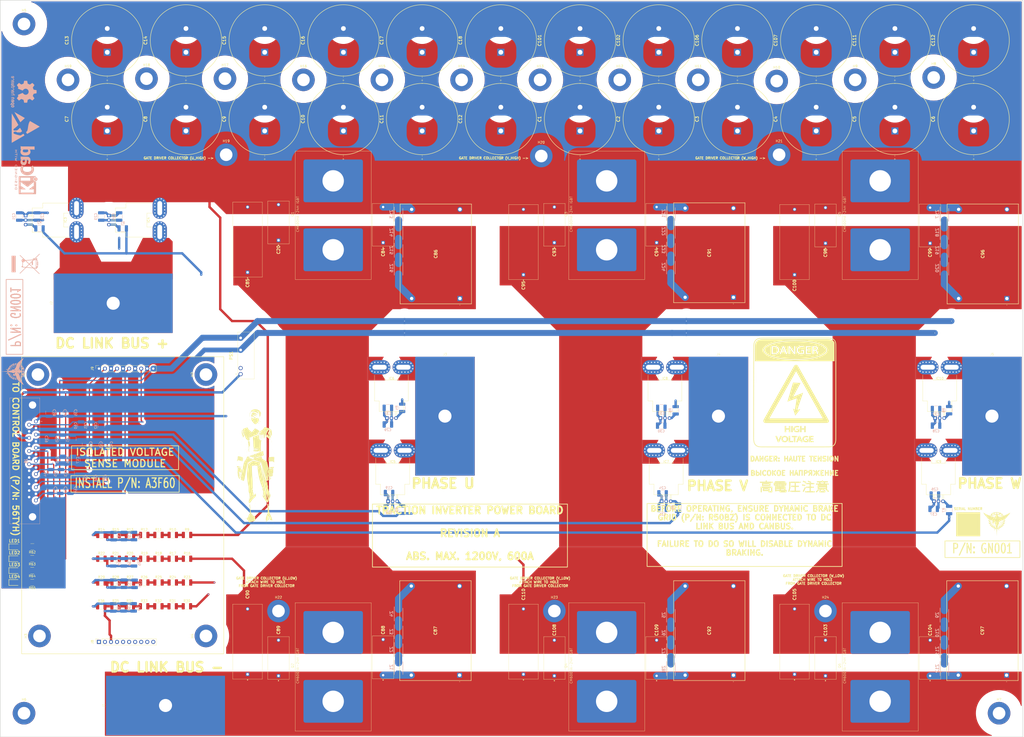
<source format=kicad_pcb>
(kicad_pcb (version 20241229) (generator "pcbnew") (generator_version "9.0")
  (layers (0 "F.Cu" signal) (4 "In1.Cu" signal) (6 "In2.Cu" signal) (2 "B.Cu" signal) (13 "F.Paste" user) (15 "B.Paste" user) (5 "F.SilkS" user "F.Silkscreen") (7 "B.SilkS" user "B.Silkscreen") (1 "F.Mask" user) (3 "B.Mask" user) (25 "Edge.Cuts" user))
  (net 0 "")
  (net 1 "DC_LINK_BUS")
  (net 2 "GNDPWR")
  (net 3 "+5V")
  (net 4 "GND")
  (net 5 "DC_LINK_BUS_IN")
  (net 6 "Net-(IC3-VIOUT)")
  (net 7 "Net-(IC4-VIOUT)")
  (net 8 "PHASE_U")
  (net 9 "PHASE_U_OUT")
  (net 10 "Net-(IC5-VIOUT)")
  (net 11 "Net-(IC6-VIOUT)")
  (net 12 "PHASE_V_OUT")
  (net 13 "PHASE_V")
  (net 14 "Net-(IC7-VIOUT)")
  (net 15 "Net-(IC8-VIOUT)")
  (net 16 "PHASE_W_OUT")
  (net 17 "PHASE_W")
  (net 18 "Net-(IC9-VIOUT)")
  (net 19 "Net-(IC10-VIOUT)")
  (net 20 "DC_LINK_BUS_CURRENT_SENSE")
  (net 21 "PHASE_U_ISENSE")
  (net 22 "PHASE_V_ISENSE")
  (net 23 "PHASE_W_ISENSE")
  (net 24 "Net-(R10-Pad2)")
  (net 25 "Net-(R10-Pad1)")
  (net 26 "Net-(R11-Pad1)")
  (net 27 "Net-(R12-Pad1)")
  (net 28 "Net-(R13-Pad1)")
  (net 29 "DC_LINK_BUS_VSENSE")
  (net 30 "Net-(R16-Pad1)")
  (net 31 "Net-(R17-Pad1)")
  (net 32 "Net-(R18-Pad1)")
  (net 33 "Net-(R19-Pad1)")
  (net 34 "Net-(R20-Pad1)")
  (net 35 "PHASE_U_VSENSE")
  (net 36 "Net-(R23-Pad1)")
  (net 37 "Net-(R24-Pad1)")
  (net 38 "Net-(R25-Pad1)")
  (net 39 "Net-(R26-Pad1)")
  (net 40 "Net-(R27-Pad1)")
  (net 41 "PHASE_V_VSENSE")
  (net 42 "Net-(R30-Pad1)")
  (net 43 "Net-(R31-Pad1)")
  (net 44 "Net-(R32-Pad1)")
  (net 45 "Net-(R33-Pad1)")
  (net 46 "Net-(R34-Pad1)")
  (net 47 "PHASE_W_VSENSE")
  (net 48 "+12V")
  (net 65 "PHASE_W_ISOLATED_VSENSE")
  (net 66 "PHASE_U_ISOLATED_VSENSE")
  (net 67 "DC_LINK_BUS_ISOLATED_VSENSE")
  (net 68 "PHASE_V_ISOLATED_VSENSE")
  (net 72 "StatusLED")
  (net 73 "FAULT_LED")
  (net 74 "Net-(LED1-A)")
  (net 75 "Net-(LED2-A)")
  (net 76 "Net-(LED3-A)")
  (net 77 "Net-(LED4-A)")
  (net 78 "Net-(Z5-A)")
  (net 79 "Net-(Z6-A)")
  (net 80 "Net-(Z7-A)")
  (net 81 "Net-(Z10-K)")
  (net 82 "Net-(Z10-A)")
  (net 83 "Net-(Z11-A)")
  (net 84 "Net-(Z13-A)")
  (net 85 "Net-(Z14-A)")
  (net 86 "Net-(Z15-A)")
  (net 87 "Net-(Z17-A)")
  (net 88 "Net-(Z18-A)")
  (net 89 "Net-(Z19-A)")
  (net 90 "Net-(Z21-A)")
  (net 91 "Net-(Z22-A)")
  (net 92 "Net-(Z23-A)")
  (net 93 "Net-(Z1-K)")
  (net 94 "Net-(Z2-K)")
  (net 95 "Net-(Z3-K)")
  (footprint "InverterCom:BusBarConnection" (layer "F.Cu") (at -83 72.5 90)
    (property "Reference" "J2")
    (property "Value" "~" (hide yes))
  )
  (footprint "MountingHole:MountingHole_5.3mm_M5_ISO7380_Pad" (layer "F.Cu") (at 7 202)
    (property "Reference" "H22")
    (property "Value" "MountingHole_Pad")
  )
  (footprint "Resistor_SMD:R_1210_3225Metric_Pad1.30x2.65mm_HandSolder" (layer "F.Cu") (at -49.45 170)
    (property "Reference" "R12")
    (property "Value" "1M")
  )
  (footprint "InverterCom:ALH82A750CB600" (layer "F.Cu") (at 34.3 -33.1 90)
    (property "Reference" "C16")
    (property "Value" "ALH82A750CB600" (hide yes))
  )
  (footprint "Resistor_SMD:R_1210_3225Metric_Pad1.30x2.65mm_HandSolder" (layer "F.Cu") (at -67.45 190)
    (property "Reference" "R29")
    (property "Value" "4.7k")
  )
  (footprint "InverterCom:ALH82A750CB600" (layer "F.Cu") (at -31.9 -33.1 90)
    (property "Reference" "C14")
    (property "Value" "ALH82A750CB600" (hide yes))
  )
  (footprint "InverterCom:ALH82A750CB600" (layer "F.Cu") (at 266.2 0 90)
    (property "Reference" "C5")
    (property "Value" "ALH82A750CB600" (hide yes))
  )
  (footprint "InverterCom:ALH82A750CB600" (layer "F.Cu") (at 133.8 0 90)
    (property "Reference" "C1")
    (property "Value" "ALH82A750CB600" (hide yes))
  )
  (footprint "MountingHole:MountingHole_5.3mm_M5_ISO7380_Pad" (layer "F.Cu") (at -23.5 212.5 90)
    (property "Reference" "H4")
    (property "Value" "MountingHole_Pad")
  )
  (footprint "Resistor_SMD:R_1210_3225Metric_Pad1.30x2.65mm_HandSolder" (layer "F.Cu") (at -55.45 170)
    (property "Reference" "R13")
    (property "Value" "0")
  )
  (footprint "InverterCom:CM600HA-24H-PWR" (layer "F.Cu") (at 145 240 90)
    (property "Reference" "Q4")
    (property "Value" "~" (hide yes))
  )
  (footprint "Resistor_SMD:R_1210_3225Metric_Pad1.30x2.65mm_HandSolder" (layer "F.Cu") (at -61.45 180)
    (property "Reference" "R21")
    (property "Value" "0")
  )
  (footprint "Resistor_SMD:R_1210_3225Metric_Pad1.30x2.65mm_HandSolder" (layer "F.Cu") (at -67.5 200)
    (property "Reference" "R36")
    (property "Value" "4.7k")
  )
  (footprint "InverterCom:BusBarConnection" (layer "F.Cu") (at 192 99.5)
    (property "Reference" "J4")
    (property "Value" "~" (hide yes))
  )
  (footprint "MountingHole:MountingHole_5.3mm_M5_ISO7380_Pad" (layer "F.Cu") (at 249.5 -21.5)
    (property "Reference" "H9")
    (property "Value" "MountingHole_Pad")
  )
  (footprint "InverterCom:ALH82A750CB600" (layer "F.Cu") (at 133.8 -33.1 90)
    (property "Reference" "C101")
    (property "Value" "ALH82A750CB600" (hide yes))
  )
  (footprint "InverterCom:CM600HA-24H-PWR" (layer "F.Cu") (at 30 240 90)
    (property "Reference" "Q2")
    (property "Value" "~" (hide yes))
  )
  (footprint "MountingHole:MountingHole_5.3mm_M5_ISO7380_Pad" (layer "F.Cu") (at 17.5 -21.5)
    (property "Reference" "H16")
    (property "Value" "MountingHole_Pad")
  )
  (footprint "InverterCom:B32774X__31.5_x_12.5_" (layer "F.Cu") (at 224 60.5 90)
    (property "Reference" "C100")
    (property "Value" "B32774X0205K000" (hide yes))
  )
  (footprint "Resistor_SMD:R_1210_3225Metric_Pad1.30x2.65mm_HandSolder" (layer "F.Cu") (at -49.4 180)
    (property "Reference" "R19")
    (property "Value" "1M")
  )
  (footprint "InverterCom:CM600HA-24H-PWR" (layer "F.Cu") (at 145 50 90)
    (property "Reference" "Q3")
    (property "Value" "~" (hide yes))
  )
  (footprint "Resistor_SMD:R_1210_3225Metric_Pad1.30x2.65mm_HandSolder" (layer "F.Cu") (at -37.45 190)
    (property "Reference" "R24")
    (property "Value" "1M")
  )
  (footprint "InverterCom:ALH82A750CB600" (layer "F.Cu") (at 299.3 0 90)
    (property "Reference" "C6")
    (property "Value" "ALH82A750CB600" (hide yes))
  )
  (footprint "InverterCom:CM600HA-24H-PWR" (layer "F.Cu") (at 260 50 90)
    (property "Reference" "Q5")
    (property "Value" "~" (hide yes))
  )
  (footprint "MountingHole:MountingHole_5.3mm_M5_ISO7380_Pad" (layer "F.Cu") (at 84 -21.5)
    (property "Reference" "H14")
    (property "Value" "MountingHole_Pad")
  )
  (footprint "Sensor_Current:Allegro_CB_PFF" (layer "F.Cu") (at 282.6 155.825)
    (property "Reference" "IC9")
    (property "Value" "ACS772ECB-400B-PFF-T")
  )
  (footprint "MountingHole:MountingHole_5.3mm_M5_ISO7380_Pad" (layer "F.Cu") (at -94.15 102.5 90)
    (property "Reference" "H1")
    (property "Value" "MountingHole_Pad")
  )
  (footprint "InverterCom:ALH82A750CB600" (layer "F.Cu") (at 100.5 0 90)
    (property "Reference" "C12")
    (property "Value" "ALH82A750CB600" (hide yes))
  )
  (footprint "InverterCom:C4AQNBW5200M3LJ" (layer "F.Cu") (at 313.15 229 90)
    (property "Reference" "C97")
    (property "Value" "C4AQNBW5200M3LJ" (hide yes))
  )
  (footprint "InverterCom:CM600HA-24H-PWR" (layer "F.Cu") (at 260 240 90)
    (property "Reference" "Q6")
    (property "Value" "~" (hide yes))
  )
  (footprint "Resistor_SMD:R_1210_3225Metric_Pad1.30x2.65mm_HandSolder" (layer "F.Cu") (at -31.45 170)
    (property "Reference" "R9")
    (property "Value" "1M")
  )
  (footprint "InverterCom:B32652__18_x_9_" (layer "F.Cu") (at 281 47.275 90)
    (property "Reference" "C99")
    (property "Value" "B32652A0104K000" (hide yes))
  )
  (footprint "Resistor_SMD:R_1210_3225Metric_Pad1.30x2.65mm_HandSolder" (layer "F.Cu") (at -43.45 180)
    (property "Reference" "R18")
    (property "Value" "1M")
  )
  (footprint "Resistor_SMD:R_1210_3225Metric_Pad1.30x2.65mm_HandSolder" (layer "F.Cu") (at -67.45 170)
    (property "Reference" "R14")
    (property "Value" "4.7k")
  )
  (footprint "Resistor_SMD:R_1210_3225Metric_Pad1.30x2.65mm_HandSolder" (layer "F.Cu") (at -37.5 200)
    (property "Reference" "R31")
    (property "Value" "1M")
  )
  (footprint "InverterCom:ALH82A750CB600" (layer "F.Cu") (at 67.4 -33.1 90)
    (property "Reference" "C17")
    (property "Value" "ALH82A750CB600" (hide yes))
  )
  (footprint "Resistor_SMD:R_1210_3225Metric_Pad1.30x2.65mm_HandSolder" (layer "F.Cu") (at -43.5 200)
    (property "Reference" "R32")
    (property "Value" "1M")
  )
  (footprint "Resistor_SMD:R_1210_3225Metric_Pad1.30x2.65mm_HandSolder" (layer "F.Cu") (at -43.45 190)
    (property "Reference" "R25")
    (property "Value" "1M")
  )
  (footprint "InverterCom:ALH82A750CB600" (layer "F.Cu") (at 67.4 0 90)
    (property "Reference" "C11")
    (property "Value" "ALH82A750CB600" (hide yes))
  )
  (footprint "MountingHole:MountingHole_5.3mm_M5_ISO7380_Pad" (layer "F.Cu") (at 310 245)
    (property "Reference" "H7")
    (property "Value" "MountingHole_Pad")
  )
  (footprint "InverterCom:B32774X__31.5_x_12.5_" (layer "F.Cu") (at 110 228.625 90)
    (property "Reference" "C110")
    (property "Value" "B32774X0205K000" (hide yes))
  )
  (footprint "InverterCom:C4AQNBW5200M3LJ" (layer "F.Cu") (at 83.15 229 90)
    (property "Reference" "C87")
    (property "Value" "C4AQNBW5200M3LJ" (hide yes))
  )
  (footprint "InverterCom:ALH82A750CB600" (layer "F.Cu") (at 200 0 90)
    (property "Reference" "C3")
    (property "Value" "ALH82A750CB600" (hide yes))
  )
  (footprint "Resistor_SMD:R_1210_3225Metric_Pad1.30x2.65mm_HandSolder" (layer "F.Cu") (at -37.45 180)
    (property "Reference" "R17")
    (property "Value" "1M")
  )
  (footprint "InverterCom:B32652__18_x_9_" (layer "F.Cu") (at 237 47.275 90)
    (property "Reference" "C98")
    (property "Value" "B32652A0104K000" (hide yes))
  )
  (footprint "Resistor_SMD:R_1210_3225Metric_Pad1.30x2.65mm_HandSolder" (layer "F.Cu") (at -96.5 175 180)
    (property "Reference" "R62")
    (property "Value" "220")
  )
  (footprint "Resistor_SMD:R_1210_3225Metric_Pad1.30x2.65mm_HandSolder" (layer "F.Cu") (at -61.5 200)
    (property "Reference" "R35")
    (property "Value" "0")
  )
  (footprint "Sensor_Current:Allegro_CB_PFF" (layer "F.Cu") (at -99.325 35.6 -90)
    (property "Reference" "IC3")
    (property "Value" "ACS772ECB-400B-PFF-T")
  )
  (footprint "InverterCom:B32652__18_x_9_" (layer "F.Cu") (at 237 229.275 90)
    (property "Reference" "C103")
    (property "Value" "B32652A0104K000" (hide yes))
  )
  (footprint "MountingHole:MountingHole_5.3mm_M5_ISO7380_Pad" (layer "F.Cu") (at 123 202)
    (property "Reference" "H23")
    (property "Value" "MountingHole_Pad")
  )
  (footprint "MountingHole:MountingHole_5.3mm_M5_ISO7380_Pad" (layer "F.Cu") (at 216.5 -21)
    (property "Reference" "H10")
    (property "Value" "MountingHole_Pad")
  )
  (footprint "Sensor_Current:Allegro_CB_PFF" (layer "F.Cu") (at 52.59 120.825)
    (property "Reference" "IC6")
    (property "Value" "ACS772ECB-400B-PFF-T")
  )
  (footprint "Resistor_SMD:R_1210_3225Metric_Pad1.30x2.65mm_HandSolder" (layer "F.Cu") (at -49.5 200)
    (property "Reference" "R33")
    (property "Value" "1M")
  )
  (footprint "InverterCom:B32652__18_x_9_" (layer "F.Cu") (at 7 46 90)
    (property "Reference" "C20")
    (property "Value" "B32652A0104K000" (hide yes))
  )
  (footprint "InverterCom:ALH82A750CB600" (layer "F.Cu") (at 100.5 -33.1 90)
    (property "Reference" "C18")
    (property "Value" "ALH82A750CB600" (hide yes))
  )
  (footprint "MountingHole:MountingHole_5.3mm_M5_ISO7380_Pad" (layer "F.Cu") (at 282.5 -22.5)
    (property "Reference" "H8")
    (property "Value" "MountingHole_Pad")
  )
  (footprint "InverterCom:ALH82A750CB600" (layer "F.Cu") (at 266.2 -33.1 90)
    (property "Reference" "C111")
    (property "Value" "ALH82A750CB600" (hide yes))
  )
  (footprint "Resistor_SMD:R_1210_3225Metric_Pad1.30x2.65mm_HandSolder" (layer "F.Cu") (at -96.55 180 180)
    (property "Reference" "R63")
    (property "Value" "220")
  )
  (footprint "InverterCom:CM600HA-24H-PWR" (layer "F.Cu") (at 30 50 90)
    (property "Reference" "Q1")
    (property "Value" "~" (hide yes))
  )
  (footprint "MountingHole:MountingHole_5.3mm_M5_ISO7380_Pad" (layer "F.Cu") (at -100 245)
    (property "Reference" "H6")
    (property "Value" "MountingHole_Pad")
  )
  (footprint "Resistor_SMD:R_1210_3225Metric_Pad1.30x2.65mm_HandSolder" (layer "F.Cu") (at -37.45 170)
    (property "Reference" "R10")
    (property "Value" "1M")
  )
  (footprint "MountingHole:MountingHole_5.3mm_M5_ISO7380_Pad" (layer "F.Cu") (at 237 202)
    (property "Reference" "H24")
    (property "Value" "MountingHole_Pad")
  )
  (footprint "InverterCom:RKE1205SH" (layer "F.Cu") (at -8.915 102.325 90)
    (property "Reference" "PS1")
    (property "Value" "RKE-1205S_H" (hide yes))
  )
  (footprint "InverterCom:B32652__18_x_9_" (layer "F.Cu") (at 51 229 90)
    (property "Reference" "C88")
    (property "Value" "B32652A0104K000" (hide yes))
  )
  (footprint "MountingHole:MountingHole_5.3mm_M5_ISO7380_Pad" (layer "F.Cu") (at 217.5 10)
    (property "Reference" "H21")
    (property "Value" "MountingHole_Pad")
  )
  (footprint "InverterCom:ALH82A750CB600" (layer "F.Cu") (at 1.2 0 90)
    (property "Reference" "C9")
    (property "Value" "ALH82A750CB600" (hide yes))
  )
  (footprint "Connector_PinSocket_2.54mm:PinSocket_1x10_P2.54mm_Vertical" (layer "F.Cu") (at -68.5 215 90)
    (property "Reference" "J8")
    (property "Value" "Conn_01x10_Socket")
  )
  (footprint "InverterCom:ALH82A750CB600" (layer "F.Cu") (at 1.2 -33.1 90)
    (property "Reference" "C15")
    (property "Value" "ALH82A750CB600" (hide yes))
  )
  (footprint "InverterCom:HIGHVOLTAGE_40mm" (layer "F.Cu") (at 224 110)
    (property "Reference" "G***" (hide yes))
    (property "Value" "LOGO" (hide yes))
  )
  (footprint "Resistor_SMD:R_1210_3225Metric_Pad1.30x2.65mm_HandSolder" (layer "F.Cu") (at -31.5 200)
    (property "Reference" "R30")
    (property "Value" "1M")
  )
  (footprint "InverterCom:B32652__18_x_9_" (layer "F.Cu") (at 166 47 90)
    (property "Reference" "C94")
    (property "Value" "B32652A0104K000" (hide yes))
  )
  (footprint "MountingHole:MountingHole_5.3mm_M5_ISO7380_Pad" (layer "F.Cu") (at 117 -21.5)
    (property "Reference" "H13")
    (property "Value" "MountingHole_Pad")
  )
  (footprint "Resistor_SMD:R_1210_3225Metric_Pad1.30x2.65mm_HandSolder" (layer "F.Cu") (at -67.45 180)
    (property "Reference" "R22")
    (property "Value" "4.7k")
  )
  (footprint "Sensor_Current:Allegro_CB_PFF" (layer "F.Cu") (at 53.09 155.825)
    (property "Reference" "IC5")
    (property "Value" "ACS772ECB-400B-PFF-T")
  )
  (footprint "InverterCom:C4AQNBW5200M3LJ" (layer "F.Cu") (at 313.3 70.5 90)
    (property "Reference" "C96")
    (property "Value" "C4AQNBW5200M3LJ" (hide yes))
  )
  (footprint "InverterCom:ALH82A750CB600" (layer "F.Cu") (at 166.9 0 90)
    (property "Reference" "C2")
    (property "Value" "ALH82A750CB600" (hide yes))
  )
  (footprint "InverterCom:B32652__18_x_9_" (layer "F.Cu") (at 123 229.275 90)
    (property "Reference" "C108")
    (property "Value" "B32652A0104K000" (hide yes))
  )
  (footprint "Resistor_SMD:R_1210_3225Metric_Pad1.30x2.65mm_HandSolder" (layer "F.Cu") (at -31.45 190)
    (property "Reference" "R23")
    (property "Value" "1M")
  )
  (footprint "Resistor_SMD:R_1210_3225Metric_Pad1.30x2.65mm_HandSolder" (layer "F.Cu") (at -55.45 190)
    (property "Reference" "R27")
    (property "Value" "0")
  )
  (footprint "InverterCom:BusBarConnection" (layer "F.Cu") (at 307 99.5)
    (property "Reference" "J5")
    (property "Value" "~" (hide yes))
  )
  (footprint "InverterCom:ALH82A750CB600" (layer "F.Cu") (at -65 -33.1 90)
    (property "Reference" "C13")
    (property "Value" "ALH82A750CB600" (hide yes))
  )
  (footprint "MountingHole:MountingHole_5.3mm_M5_ISO7380_Pad" (layer "F.Cu") (at 50.5 -21.5)
    (property "Reference" "H15")
    (property "Value" "MountingHole_Pad")
  )
  (footprint "MountingHole:MountingHole_5.3mm_M5_ISO7380_Pad" (layer "F.Cu") (at -15.5 -22)
    (property "Reference" "H17")
    (property "Value" "MountingHole_Pad")
  )
  (footprint "Resistor_SMD:R_1210_3225Metric_Pad1.30x2.65mm_HandSolder" (layer "F.Cu") (at -43.45 170)
    (property "Reference" "R11")
    (property "Value" "1M")
  )
  (footprint "MountingHole:MountingHole_5.3mm_M5_ISO7380_Pad" (layer "F.Cu") (at -81.5 -21.5)
    (property "Reference" "H19")
    (property "Value" "MountingHole_Pad")
  )
  (footprint "MountingHole:MountingHole_5.3mm_M5_ISO7380_Pad" (layer "F.Cu") (at -48.5 -22)
    (property "Reference" "H18")
    (property "Value" "MountingHole_Pad")
  )
  (footprint "InverterCom:B32774X__31.5_x_12.5_" (layer "F.Cu") (at -6 228.625 90)
    (property "Reference" "C90")
    (property "Value" "B32774X0205K000" (hide yes))
  )
  (footprint "InverterCom:B32652__18_x_9_" (layer "F.Cu") (at 281 229.275 90)
    (property "Reference" "C104")
    (property "Value" "B32652A0104K000" (hide yes))
  )
  (footprint "InverterCom:LEDC3216X120N" (layer "F.Cu") (at -104 180)
    (property "Reference" "LED2")
    (property "Value" "LTST-C230GKT" (hide yes))
  )
  (footprint "InverterCom:ALH82A750CB600" (layer "F.Cu") (at -31.9 0 90)
    (property "Reference" "C8")
    (property "Value" "ALH82A750CB600" (hide yes))
  )
  (footprint "Sensor_Current:Allegro_CB_PFF" (layer "F.Cu") (at -64.325 35.6 -90)
    (property "Reference" "IC4")
    (property "Value" "ACS772ECB-400B-PFF-T")
  )
  (footprint "InverterCom:ALH82A750CB600" (layer "F.Cu") (at 34.3 0 90)
    (property "Reference" "C10")
    (property "Value" "ALH82A750CB600" (hide yes))
  )
  (footprint "InverterCom:C4AQNBW5200M3LJ" (layer "F.Cu") (at 83.3 70.5 90)
    (property "Reference" "C86")
    (property "Value" "C4AQNBW5200M3LJ" (hide yes))
  )
  (footprint "InverterCom:B32774X__31.5_x_12.5_" (layer "F.Cu") (at 110 60.5 90)
    (property "Reference" "C95")
    (property "Value" "B32774X0205K000" (hide yes))
  )
  (footprint "InverterCom:B32652__18_x_9_" (layer "F.Cu") (at 123 47 90)
    (property "Reference" "C93")
    (property "Value" "B32652A0104K000" (hide yes))
  )
  (footprint "InverterCom:ALH82A750CB600" (layer "F.Cu") (at -65 0 90)
    (property "Reference" "C7")
    (property "Value" "ALH82A750CB600" (hide yes))
  )
  (footprint "Resistor_SMD:R_1210_3225Metric_Pad1.30x2.65mm_HandSolder" (layer "F.Cu") (at -61.45 190)
    (property "Reference" "R28")
    (property "Value" "0")
  )
  (footprint "Resistor_SMD:R_1210_3225Metric_Pad1.30x2.65mm_HandSolder" (layer "F.Cu") (at -31.45 180)
    (property "Reference" "R16")
    (property "Value" "1M")
  )
  (footprint "InverterCom:B32652__18_x_9_" (layer "F.Cu") (at 51 47 90)
    (property "Reference" "C84")
    (property "Value" "B32652A0104K000" (hide yes))
  )
  (footprint "InverterCom:B32774X__31.5_x_12.5_" (layer "F.Cu") (at -6 59.5 90)
    (property "Reference" "C85")
    (property "Value" "B32774X0205K000" (hide yes))
  )
  (footprint "InverterCom:LEDC3216X120N" (layer "F.Cu") (at -104 175)
    (property "Reference" "LED1")
    (property "Value" "LTST-C230CKT" (hide yes))
  )
  (footprint "InverterCom:C4AQNBW5200M3LJ" (layer "F.Cu") (at 198.3 70 90)
    (property "Reference" "C91")
    (property "Value" "C4AQNBW5200M3LJ" (hide yes))
  )
  (footprint "Connector_PinSocket_2.54mm:PinSocket_1x10_P2.54mm_Vertical" (layer "F.Cu") (at -68.5 100 90)
    (property "Reference" "J9")
    (property "Value" "Conn_01x10_Socket")
  )
  (footprint "InverterCom:Char_GaelioBauduin_30mm" (layer "F.Cu") (at -2.5 142)
    (property "Reference" "G***" (hide yes))
    (property "Value" "LOGO" (hide yes))
  )
  (footprint "InverterCom:ALH82A750CB600" (layer "F.Cu") (at 200 -33.1 90)
    (property "Reference" "C106")
    (property "Value" "ALH82A750CB600" (hide yes))
  )
  (footprint "MountingHole:MountingHole_5.3mm_M5_ISO7380_Pad" (layer "F.Cu") (at -100 -45)
    (property "Reference" "H5")
    (property "Value" "MountingHole_Pad")
  )
  (footprint "InverterCom:B32652__18_x_9_" (layer "F.Cu") (at 7 229.275 90)
    (property "Reference" "C89")
    (property "Value" "B32652A0104K000" (hide yes))
  )
  (footprint "MountingHole:MountingHole_5.3mm_M5_ISO7380_Pad" (layer "F.Cu") (at 183.5 -21.5)
    (property "Reference" "H11")
    (property "Value" "MountingHole_Pad")
  )
  (footprint "InverterCom:ALH82A750CB600" (layer "F.Cu") (at 299.3 -33.1 90)
    (property "Reference" "C112")
    (property "Value" "ALH82A750CB600" (hide yes))
  )
  (footprint "InverterCom:ALH82A750CB600" (layer "F.Cu") (at 233.1 -33.1 90)
    (property "Reference" "C107")
    (property "Value" "ALH82A750CB600" (hide yes))
  )
  (footprint "MountingHole:MountingHole_5.3mm_M5_ISO7380_Pad" (layer "F.Cu") (at 117.5 10.55)
    (property "Reference" "H20")
    (property "Value" "MountingHole_Pad")
  )
  (footprint "InverterCom:ALH82A750CB600" (layer "F.Cu") (at 233.1 0 90)
    (property "Reference" "C4")
    (property "Value" "ALH82A750CB600" (hide yes))
  )
  (footprint "InverterCom:C4AQNBW5200M3LJ" (layer "F.Cu") (at 198.3 229 90)
    (property "Reference" "C92")
    (property "Value" "C4AQNBW5200M3LJ" (hide yes))
  )
  (footprint "InverterCom:LEDC3216X120N" (layer "F.Cu") (at -104 190)
    (property "Reference" "LED4")
    (property "Value" "LTST-C230GKT" (hide yes))
  )
  (footprint "InverterCom:BusBarConnection" (layer "F.Cu") (at -61 241.75 90)
    (property "Reference" "J1")
    (property "Value" "~" (hide yes))
  )
  (footprint "Resistor_SMD:R_1210_3225Metric_Pad1.30x2.65mm_HandSolder" (layer "F.Cu") (at -55.5 200)
    (property "Reference" "R34")
    (property "Value" "0")
  )
  (footprint "MountingHole:MountingHole_5.3mm_M5_ISO7380_Pad" (layer "F.Cu") (at -15 10)
    (property "Reference" "H19")
    (property "Value" "MountingHole_Pad")
  )
  (footprint "MountingHole:MountingHole_5.3mm_M5_ISO7380_Pad" (layer "F.Cu") (at -93.5 212.5 90)
    (property "Reference" "H3")
    (property "Value" "MountingHole_Pad")
  )
  (footprint "InverterCom:B32652__18_x_9_" (layer "F.Cu") (at 166 229.275 90)
    (property "Reference" "C109")
    (property "Value" "B32652A0104K000" (hide yes))
  )
  (footprint "Resistor_SMD:R_1210_3225Metric_Pad1.30x2.65mm_HandSolder" (layer "F.Cu") (at -55.45 180)
    (property "Reference" "R20")
    (property "Value" "0")
  )
  (footprint "InverterCom:BusBarConnection" (layer "F.Cu") (at 77 99.5)
    (property "Reference" "J3")
    (property "Value" "~" (hide yes))
  )
  (footprint "Sensor_Current:Allegro_CB_PFF" (layer "F.Cu") (at 167.6 120.825)
    (property "Reference" "IC8")
    (property "Value" "ACS772ECB-400B-PFF-T")
  )
  (footprint "MountingHole:MountingHole_5.3mm_M5_ISO7380_Pad" (layer "F.Cu") (at 150.5 -21.5)
    (property "Reference" "H12")
    (property "Value" "MountingHole_Pad")
  )
  (footprint "Resistor_SMD:R_1210_3225Metric_Pad1.30x2.65mm_HandSolder" (layer "F.Cu") (at -96.55 185 180)
    (property "Reference" "R64")
    (property "Value" "220")
  )
  (footprint "Resistor_SMD:R_1210_3225Metric_Pad1.30x2.65mm_HandSolder" (layer "F.Cu") (at -49.45 190)
    (property "Reference" "R26")
    (property "Value" "1M")
  )
  (footprint "InverterCom:Silkscreen_Logo_CelstialBeing_S" (layer "F.Cu") (at 309 165)
    (property "Reference" "G***" (hide yes))
    (property "Value" "LOGO" (hide yes))
  )
  (footprint "Sensor_Current:Allegro_CB_PFF" (layer "F.Cu") (at 168.1 155.825)
    (property "Reference" "IC7")
    (property "Value" "ACS772ECB-400B-PFF-T")
  )
  (footprint "Sensor_Current:Allegro_CB_PFF" (layer "F.Cu") (at 283.1 120.825)
    (property "Reference" "IC10")
    (property "Value" "ACS772ECB-400B-PFF-T")
  )
  (footprint "InverterCom:ALH82A750CB600" (layer "F.Cu") (at 166.9 -33.1 90)
    (property "Reference" "C102")
    (property "Value" "ALH82A750CB600" (hide yes))
  )
  (footprint "MountingHole:MountingHole_5.3mm_M5_ISO7380_Pad" (layer "F.Cu") (at -23.5 102.5 90)
    (property "Reference" "H2")
    (property "Value" "MountingHole_Pad")
  )
  (footprint "InverterCom:B32774X__31.5_x_12.5_" (layer "F.Cu") (at 224 228.625 90)
    (property "Reference" "C105")
    (property "Value" "B32774X0205K000" (hide yes))
  )
  (footprint "Resistor_SMD:R_1210_3225Metric_Pad1.30x2.65mm_HandSolder" (layer "F.Cu") (at -61.45 170)
    (property "Reference" "R15")
    (property "Value" "0")
  )
  (footprint "InverterCom:LEDC3216X120N" (layer "F.Cu") (at -104 185)
    (property "Reference" "LED3")
    (property "Value" "LTST-C230GKT" (hide yes))
  )
  (footprint "Resistor_SMD:R_1210_3225Metric_Pad1.30x2.65mm_HandSolder" (layer "F.Cu") (at -96.55 190 180)
    (property "Reference" "R65")
    (property "Value" "1k")
  )
  (footprint "Symbol:WEEE-Logo_8.4x12mm_SilkScreen" (layer "B.Cu") (at -99.253558 55.965646 90)
    (property "Reference" "REF**" (hide yes))
    (property "Value" "WEEE-Logo_8.4x12mm_SilkScreen" (hide yes))
  )
  (footprint "Capacitor_SMD:C_1210_3225Metric_Pad1.33x2.70mm_HandSolder" (layer "B.Cu") (at -53.75 181.5 90)
    (property "Reference" "C55")
    (property "Value" "10nF")
  )
  (footprint "InverterCom:DIOM5436X247N" (layer "B.Cu") (at 287 226.5 -90)
    (property "Reference" "Z12")
    (property "Value" "1SMB5956BT3G" (hide yes))
  )
  (footprint "Capacitor_SMD:C_1210_3225Metric_Pad1.33x2.70mm_HandSolder" (layer "B.Cu") (at -76.35 146.05 90)
    (property "Reference" "C67")
    (property "Value" "10nF")
  )
  (footprint "Capacitor_SMD:C_1210_3225Metric_Pad1.33x2.70mm_HandSolder" (layer "B.Cu") (at 53.49 152.365 180)
    (property "Reference" "C19")
    (property "Value" "100nF")
  )
  (footprint "Capacitor_SMD:C_1210_3225Metric_Pad1.33x2.70mm_HandSolder" (layer "B.Cu") (at -71.75 124 -90)
    (property "Reference" "C61")
    (property "Value" "10nF")
  )
  (footprint "Capacitor_SMD:C_1210_3225Metric_Pad1.33x2.70mm_HandSolder" (layer "B.Cu") (at 168.5 159)
    (property "Reference" "C31")
    (property "Value" "1uF")
  )
  (footprint "Capacitor_SMD:C_1210_3225Metric_Pad1.33x2.70mm_HandSolder" (layer "B.Cu") (at 167.9375 124)
    (property "Reference" "C30")
    (property "Value" "100nF")
  )
  (footprint "Capacitor_SMD:C_1210_3225Metric_Pad1.33x2.70mm_HandSolder" (layer "B.Cu") (at -53.9 200.46 90)
    (property "Reference" "C49")
    (property "Value" "10nF")
  )
  (footprint "Capacitor_SMD:C_1210_3225Metric_Pad1.33x2.70mm_HandSolder" (layer "B.Cu") (at -80.5 118.5 90)
    (property "Reference" "C35")
    (property "Value" "1nF")
  )
  (footprint "Capacitor_SMD:C_1210_3225Metric_Pad1.33x2.70mm_HandSolder" (layer "B.Cu") (at 283.5 124)
    (property "Reference" "C28")
    (property "Value" "1uF")
  )
  (footprint "Capacitor_SMD:C_1210_3225Metric_Pad1.33x2.70mm_HandSolder" (layer "B.Cu") (at -68 146 90)
    (property "Reference" "C68")
    (property "Value" "100nF")
  )
  (footprint "InverterCom:L717SDB25PA4CH3R" (layer "B.Cu") (at -95 122.23 90)
    (property "Reference" "J6")
    (property "Value" "L717SDB25PA4CH3R" (hide yes))
  )
  (footprint "Resistor_SMD:R_1210_3225Metric_Pad1.30x2.65mm_HandSolder" (layer "B.Cu") (at -93.5 41)
    (property "Reference" "R2")
    (property "Value" "4.7k")
  )
  (footprint "InverterCom:DIOM5436X247N" (layer "B.Cu") (at 172 226.5 -90)
    (property "Reference" "Z8")
    (property "Value" "1SMB5956BT3G" (hide yes))
  )
  (footprint "Capacitor_SMD:C_1210_3225Metric_Pad1.33x2.70mm_HandSolder" (layer "B.Cu") (at -69.92325 132 90)
    (property "Reference" "C43")
    (property "Value" "10nF")
  )
  (footprint "Capacitor_SMD:C_1210_3225Metric_Pad1.33x2.70mm_HandSolder" (layer "B.Cu") (at -80.5 150.9375 90)
    (property "Reference" "C69")
    (property "Value" "1nF")
  )
  (footprint "Capacitor_SMD:C_1210_3225Metric_Pad1.33x2.70mm_HandSolder" (layer "B.Cu") (at -79.32675 138.4375 -90)
    (property "Reference" "C46")
    (property "Value" "10nF")
  )
  (footprint "Capacitor_SMD:C_1210_3225Metric_Pad1.33x2.70mm_HandSolder" (layer "B.Cu") (at -60 36 -90)
    (property "Reference" "C34")
    (property "Value" "100nF")
  )
  (footprint "Capacitor_SMD:C_1210_3225Metric_Pad1.33x2.70mm_HandSolder" (layer "B.Cu") (at -88.75 144.04 -90)
    (property "Reference" "C64")
    (property "Value" "10nF")
  )
  (footprint "InverterCom:DIOM5436X247N" (layer "B.Cu") (at 172 50 -90)
    (property "Reference" "Z23")
    (property "Value" "1SMB5956BT3G" (hide yes))
  )
  (footprint "Capacitor_SMD:C_1210_3225Metric_Pad1.33x2.70mm_HandSolder" (layer "B.Cu") (at 53 116.5)
    (property "Reference" "C32")
    (property "Value" "100nF")
  )
  (footprint "Capacitor_SMD:C_1210_3225Metric_Pad1.33x2.70mm_HandSolder" (layer "B.Cu") (at -67.5 36 -90)
    (property "Reference" "C23")
    (property "Value" "1uF")
  )
  (footprint "Capacitor_SMD:C_1210_3225Metric_Pad1.33x2.70mm_HandSolder" (layer "B.Cu") (at 168 116.5)
    (property "Reference" "C33")
    (property "Value" "1uF")
  )
  (footprint "Capacitor_SMD:C_1210_3225Metric_Pad1.33x2.70mm_HandSolder" (layer "B.Cu") (at -58 170.46 90)
    (property "Reference" "C59")
    (property "Value" "100nF")
  )
  (footprint "InverterCom:DIOM5436X247N" (layer "B.Cu") (at 287 43 -90)
    (property "Reference" "Z18")
    (property "Value" "1SMB5956BT3G" (hide yes))
  )
  (footprint "Capacitor_SMD:C_1210_3225Metric_Pad1.33x2.70mm_HandSolder" (layer "B.Cu") (at -89.52325 118.5 90)
    (property "Reference" "C38")
    (property "Value" "100nF")
  )
  (footprint "Capacitor_SMD:C_1210_3225Metric_Pad1.33x2.70mm_HandSolder" (layer "B.Cu") (at -72.1 146.05 90)
    (property "Reference" "C66")
    (property "Value" "1nF")
  )
  (footprint "Capacitor_SMD:C_1210_3225Metric_Pad1.33x2.70mm_HandSolder" (layer "B.Cu") (at -80.15 144 -90)
    (property "Reference" "C63")
    (property "Value" "1nF")
  )
  (footprint "Capacitor_SMD:C_1210_3225Metric_Pad1.33x2.70mm_HandSolder" (layer "B.Cu") (at -79.47675 129.5625 -90)
    (property "Reference" "C41")
    (property "Value" "100nF")
  )
  (footprint "Capacitor_SMD:C_1210_3225Metric_Pad1.33x2.70mm_HandSolder" (layer "B.Cu") (at -62.5 190.5 90)
    (property "Reference" "C51")
    (property "Value" "1nF")
  )
  (footprint "Symbol:OSHW-Logo2_14.6x12mm_SilkScreen" (layer "B.Cu") (at -100.253558 -16.5 90)
    (property "Reference" "REF**" (hide yes))
    (property "Value" "OSHW-Logo2_14.6x12mm_SilkScreen" (hide yes))
  )
  (footprint "InverterCom:DIOM5436X247N" (layer "B.Cu") (at 172 219 -90)
    (property "Reference" "Z7")
    (property "Value" "1SMB5956BT3G" (hide yes))
  )
  (footprint "InverterCom:DIOM5436X247N" (layer "B.Cu") (at 172 211.5 -90)
    (property "Reference" "Z6")
    (property "Value" "1SMB5956BT3G" (hide yes))
  )
  (footprint "Symbol:ESD-Logo_13.2x12mm_SilkScreen" (layer "B.Cu") (at -99.253558 -1.5 90)
    (property "Reference" "REF**" (hide yes))
    (property "Value" "ESD-Logo_13.2x12mm_SilkScreen" (hide yes))
  )
  (footprint "Capacitor_SMD:C_1210_3225Metric_Pad1.33x2.70mm_HandSolder" (layer "B.Cu") (at -53.5 190.5625 90)
    (property "Reference" "C53")
    (property "Value" "100nF")
  )
  (footprint "InverterCom:DIOM5436X247N" (layer "B.Cu") (at 57.5 203.5 -90)
    (property "Reference" "Z4")
    (property "Value" "1SMB5956BT3G" (hide yes))
  )
  (footprint "InverterCom:DIOM5436X247N" (layer "B.Cu") (at 57.5 43 -90)
    (property "Reference" "Z14")
    (property "Value" "1SMB5956BT3G" (hide yes))
  )
  (footprint "InverterCom:DIOM5436X247N" (layer "B.Cu") (at 287 50.5 -90)
    (property "Reference" "Z19")
    (property "Value" "1SMB5956BT3G" (hide yes))
  )
  (footprint "Capacitor_SMD:C_1210_3225Metric_Pad1.33x2.70mm_HandSolder" (layer "B.Cu") (at -84.75 150.9375 90)
    (property "Reference" "C70")
    (property "Value" "10nF")
  )
  (footprint "InverterCom:DIOM5436X247N" (layer "B.Cu") (at 172 42.5 -90)
    (property "Reference" "Z22")
    (property "Value" "1SMB5956BT3G" (hide yes))
  )
  (footprint "Capacitor_SMD:C_1210_3225Metric_Pad1.33x2.70mm_HandSolder" (layer "B.Cu") (at -74.17325 132 90)
    (property "Reference" "C44")
    (property "Value" "100nF")
  )
  (footprint "Capacitor_SMD:C_1210_3225Metric_Pad1.33x2.70mm_HandSolder" (layer "B.Cu") (at -58 181.5 90)
    (property "Reference" "C56")
    (property "Value" "100nF")
  )
  (footprint "Capacitor_SMD:C_1210_3225Metric_Pad1.33x2.70mm_HandSolder" (layer "B.Cu") (at -58.15 200.46 90)
    (property "Reference" "C50")
    (property "Value" "100nF")
  )
  (footprint "InverterCom:DIOM5436X247N" (layer "B.Cu") (at 57.5 35.3 -90)
    (property "Reference" "Z13")
    (property "Value" "1SMB5956BT3G" (hide yes))
  )
  (footprint "Capacitor_SMD:C_1210_3225Metric_Pad1.33x2.70mm_HandSolder" (layer "B.Cu") (at 282.5 159)
    (property "Reference" "C37")
    (property "Value" "1uF")
  )
  (footprint "Capacitor_SMD:C_1210_3225Metric_Pad1.33x2.70mm_HandSolder" (layer "B.Cu") (at -53.75 170.46 90)
    (property "Reference" "C58")
    (property "Value" "10nF")
  )
  (footprint "Capacitor_SMD:C_1210_3225Metric_Pad1.33x2.70mm_HandSolder" (layer "B.Cu") (at -62.35 170.5 90)
    (property "Reference" "C57")
    (property "Value" "1nF")
  )
  (footprint "Capacitor_SMD:C_1210_3225Metric_Pad1.33x2.70mm_HandSolder" (layer "B.Cu") (at 283.5 117)
    (property "Reference" "C27")
    (property "Value" "100nF")
  )
  (footprint "Capacitor_SMD:C_1210_3225Metric_Pad1.33x2.70mm_HandSolder" (layer "B.Cu") (at -88.22675 129.595 -90)
    (property "Reference" "C39")
    (property "Value" "1nF")
  )
  (footprint "Resistor_SMD:R_1210_3225Metric_Pad1.30x2.65mm_HandSolder" (layer "B.Cu") (at 174 117.55 -90)
    (property "Reference" "R6")
    (property "Value" "4.7k")
  )
  (footprint "InverterCom:DIOM5436X247N" (layer "B.Cu") (at 57.5 226 -90)
    (property "Reference" "Z1")
    (property "Value" "1SMB5956BT3G" (hide yes))
  )
  (footprint "Capacitor_SMD:C_1210_3225Metric_Pad1.33x2.70mm_HandSolder" (layer "B.Cu") (at -94.5 36 90)
    (property "Reference" "C22")
    (property "Value" "100nF")
  )
  (footprint "InverterCom:DIOM5436X247N" (layer "B.Cu") (at 287 58 -90)
    (property "Reference" "Z20")
    (property "Value" "1SMB5956BT3G" (hide yes))
  )
  (footprint "Capacitor_SMD:C_1210_3225Metric_Pad1.33x2.70mm_HandSolder" (layer "B.Cu") (at -76 124 -90)
    (property "Reference" "C60")
    (property "Value" "1nF")
  )
  (footprint "InverterCom:DIOM5436X247N" (layer "B.Cu") (at 57.5 50.5 -90)
    (property "Reference" "Z15")
    (property "Value" "1SMB5956BT3G" (hide yes))
  )
  (footprint "InverterCom:DIOM5436X247N" (layer "B.Cu") (at 287 211.5 -90)
    (property "Reference" "Z10")
    (property "Value" "1SMB5956BT3G" (hide yes))
  )
  (footprint "InverterCom:DIOM5436X247N" (layer "B.Cu") (at 172 35 -90)
    (property "Reference" "Z21")
    (property "Value" "1SMB5956BT3G" (hide yes))
  )
  (footprint "Capacitor_SMD:C_1210_3225Metric_Pad1.33x2.70mm_HandSolder" (layer "B.Cu") (at -62.5 200.5 90)
    (property "Reference" "C48")
    (property "Value" "1nF")
  )
  (footprint "InverterCom:DIOM5436X247N" (layer "B.Cu") (at 287 204 -90)
    (property "Reference" "Z9")
    (property "Value" "1SMB5956BT3G" (hide yes))
  )
  (footprint "Capacitor_SMD:C_1210_3225Metric_Pad1.33x2.70mm_HandSolder" (layer "B.Cu") (at -85 118.5 90)
    (property "Reference" "C36")
    (property "Value" "10nF")
  )
  (footprint "Resistor_SMD:R_1210_3225Metric_Pad1.30x2.65mm_HandSolder" (layer "B.Cu") (at 175 158.5 -90)
    (property "Reference" "R5")
    (property "Value" "4.7k")
  )
  (footprint "InverterCom:DIOM5436X247N" (layer "B.Cu") (at 287 35.3 -90)
    (property "Reference" "Z17")
    (property "Value" "1SMB5956BT3G" (hide yes))
  )
  (footprint "Capacitor_SMD:C_1210_3225Metric_Pad1.33x2.70mm_HandSolder" (layer "B.Cu") (at -102 36 -90)
    (property "Reference" "C21")
    (property "Value" "1uF")
  )
  (footprint "InverterCom:Silkscreen_Logo_CelstialBeing_S" (layer "B.Cu") (at -104.5 101.25 90)
    (property "Reference" "G***" (hide yes))
    (property "Value" "LOGO" (hide yes))
  )
  (footprint "Capacitor_SMD:C_1210_3225Metric_Pad1.33x2.70mm_HandSolder" (layer "B.Cu") (at 168.5 152.5 180)
    (property "Reference" "C24")
    (property "Value" "100nF")
  )
  (footprint "Resistor_SMD:R_1210_3225Metric_Pad1.30x2.65mm_HandSolder" (layer "B.Cu") (at 59 116.5 -90)
    (property "Reference" "R4")
    (property "Value" "4.7k")
  )
  (footprint "Symbol:KiCad-Logo2_8mm_SilkScreen" (layer "B.Cu") (at -98.253558 16.5 90)
    (property "Reference" "REF**" (hide yes))
    (property "Value" "KiCad-Logo2_8mm_SilkScreen" (hide yes))
  )
  (footprint "Resistor_SMD:R_1210_3225Metric_Pad1.30x2.65mm_HandSolder" (layer "B.Cu") (at 289 159.5 -90)
    (property "Reference" "R7")
    (property "Value" "4.7k")
  )
  (footprint "Capacitor_SMD:C_1210_3225Metric_Pad1.33x2.70mm_HandSolder" (layer "B.Cu") (at -83.72675 138.4075 -90)
    (property "Reference" "C45")
    (property "Value" "1nF")
  )
  (footprint "Capacitor_SMD:C_1210_3225Metric_Pad1.33x2.70mm_HandSolder" (layer "B.Cu") (at -62.5 181.5 90)
    (property "Reference" "C54")
    (property "Value" "1nF")
  )
  (footprint "Capacitor_SMD:C_1210_3225Metric_Pad1.33x2.70mm_HandSolder" (layer "B.Cu") (at 53.4275 158.365)
    (property "Reference" "C25")
    (property "Value" "1uF")
  )
  (footprint "InverterCom:DIOM5436X247N" (layer "B.Cu") (at 57.5 211 -90)
    (property "Reference" "Z3")
    (property "Value" "1SMB5956BT3G" (hide yes))
  )
  (footprint "Capacitor_SMD:C_1210_3225Metric_Pad1.33x2.70mm_HandSolder" (layer "B.Cu") (at -84.5 144.04 -90)
    (property "Reference" "C65")
    (property "Value" "100nF")
  )
  (footprint "Capacitor_SMD:C_1210_3225Metric_Pad1.33x2.70mm_HandSolder" (layer "B.Cu") (at 53 123.5)
    (property "Reference" "C29")
    (property "Value" "1uF")
  )
  (footprint "Resistor_SMD:R_1210_3225Metric_Pad1.30x2.65mm_HandSolder" (layer "B.Cu") (at -58.5 41 180)
    (property "Reference" "R1")
    (property "Value" "4.7k")
  )
  (footprint "InverterCom:DIOM5436X247N" (layer "B.Cu") (at 57.5 218.5 -90)
    (property "Reference" "Z2")
    (property "Value" "1SMB5956BT3G" (hide yes))
  )
  (footprint "InverterCom:DIOM5436X247N" (layer "B.Cu") (at 287 219 -90)
    (property "Reference" "Z11")
    (property "Value" "1SMB5956BT3G" (hide yes))
  )
  (footprint "Capacitor_SMD:C_1210_3225Metric_Pad1.33x2.70mm_HandSolder" (layer "B.Cu") (at -83.72675 129.5625 -90)
    (property "Reference" "C40")
    (property "Value" "10nF")
  )
  (footprint "InverterCom:DIOM5436X247N" (layer "B.Cu") (at 57.5 58 -90)
    (property "Reference" "Z16")
    (property "Value" "1SMB5956BT3G" (hide yes))
  )
  (footprint "Capacitor_SMD:C_1210_3225Metric_Pad1.33x2.70mm_HandSolder" (layer "B.Cu") (at -75.07675 138.4375 -90)
    (property "Reference" "C47")
    (property "Value" "100nF")
  )
  (footprint "InverterCom:DIOM5436X247N" (layer "B.Cu") (at 172 204 -90)
    (property "Reference" "Z5")
    (property "Value" "1SMB5956BT3G" (hide yes))
  )
  (footprint "Capacitor_SMD:C_1210_3225Metric_Pad1.33x2.70mm_HandSolder" (layer "B.Cu") (at 283 153 180)
    (property "Reference" "C26")
    (property "Value" "100nF")
  )
  (footprint "Capacitor_SMD:C_1210_3225Metric_Pad1.33x2.70mm_HandSolder" (layer "B.Cu") (at -67.5 124 -90)
    (property "Reference" "C62")
    (property "Value" "100nF")
  )
  (footprint "Capacitor_SMD:C_1210_3225Metric_Pad1.33x2.70mm_HandSolder" (layer "B.Cu") (at -65.52325 132.03 90)
    (property "Reference" "C42")
    (property "Value" "1nF")
  )
  (footprint "Resistor_SMD:R_1210_3225Metric_Pad1.30x2.65mm_HandSolder" (layer "B.Cu") (at 289 117.5 -90)
    (property "Reference" "R8")
    (property "Value" "4.7k")
  )
  (footprint "Capacitor_SMD:C_1210_3225Metric_Pad1.33x2.70mm_HandSolder" (layer "B.Cu") (at -58 190.5 90)
    (property "Reference" "C52")
    (property "Value" "10nF")
  )
  (footprint "InverterCom:DIOM5436X247N" (layer "B.Cu") (at 172 57.5 -90)
    (property "Reference" "Z24")
    (property "Value" "1SMB5956BT3G" (hide yes))
  )
  (footprint "Resistor_SMD:R_1210_3225Metric_Pad1.30x2.65mm_HandSolder" (layer "B.Cu") (at 58.99 159.365 -90)
    (property "Reference" "R3")
    (property "Value" "4.7k")
  )
  (footprint "Capacitor_SMD:C_1210_3225Metric_Pad1.33x2.70mm_HandSolder" (layer "B.Cu") (at -89 150.9375 90)
    (property "Reference" "C71")
    (property "Value" "100nF")
  )
  (gr_rect (start 292 160.5) (end 302 170.5) (stroke (width 0.1)) (fill yes) (layer "F.SilkS"))
  (gr_rect (start -101 95) (end -16 220) (stroke (width 0.2)) (fill no) (layer "F.SilkS"))
  (gr_rect (start -110 -55) (end 320 255) (stroke (width 0.2)) (fill no) (layer "Edge.Cuts"))
  (gr_text "GATE DRIVER COLLECTOR (U_LOW)\nATTACH WIRE TO HOLE \nFROM GATE DRIVER COLLECTOR" (at 2 192 0) (layer "F.SilkS") (effects (font (size 1 1) (thickness 0.25) (bold yes)) (justify bottom)))
  (gr_text "GATE DRIVER COLLECTOR (U_HIGH) ->" (at -35 12 0) (layer "F.SilkS") (effects (font (size 1 1) (thickness 0.25) (bold yes)) (justify bottom)))
  (gr_text "GATE DRIVER COLLECTOR (V_HIGH) ->" (at 97.5 12 0) (layer "F.SilkS") (effects (font (size 1 1) (thickness 0.25) (bold yes)) (justify bottom)))
  (gr_text "DC LINK BUS +" (at -63 87 0) (layer "F.SilkS") (effects (font (size 4 4) (thickness 1) (bold yes)) (justify top)))
  (gr_text "高電圧注意" (at 224 150 0) (layer "F.SilkS") (effects (font (size 4 4) (thickness 0.5))))
  (gr_text "DANGER: HAUTE TENSION" (at 224 138 0) (layer "F.SilkS") (effects (font (size 2 2) (thickness 0.5))))
  (gr_text "PHASE W\n" (at 320 146 0) (layer "F.SilkS") (effects (font (size 4 4) (thickness 1) (bold yes)) (justify right top)))
  (gr_text "SERIAL NUMBER" (at 297 159 0) (layer "F.SilkS") (effects (font (size 1 1) (thickness 0.25) (bold yes))))
  (gr_text "PHASE V" (at 205 147 0) (layer "F.SilkS") (effects (font (size 4 4) (thickness 1) (bold yes)) (justify right top)))
  (gr_text "TO CONTROL BOARD (P/N: 56TYH)" (at -105 138 270) (layer "F.SilkS") (effects (font (size 2.5 2.5) (thickness 0.5) (bold yes)) (justify bottom)))
  (gr_text "GATE DRIVER COLLECTOR (W_HIGH) ->" (at 197 12 0) (layer "F.SilkS") (effects (font (size 1 1) (thickness 0.25) (bold yes)) (justify bottom)))
  (gr_text "GATE DRIVER COLLECTOR (V_LOW)\nATTACH WIRE TO HOLE \nFROM GATE DRIVER COLLECTOR" (at 117 192 0) (layer "F.SilkS") (effects (font (size 1 1) (thickness 0.25) (bold yes)) (justify bottom)))
  (gr_text "GATE DRIVER COLLECTOR (W_LOW)\nATTACH WIRE TO HOLE \nFROM GATE DRIVER COLLECTOR" (at 232 191 0) (layer "F.SilkS") (effects (font (size 1 1) (thickness 0.25) (bold yes)) (justify bottom)))
  (gr_text "PHASE U" (at 90 146 0) (layer "F.SilkS") (effects (font (size 4 4) (thickness 1) (bold yes)) (justify right top)))
  (gr_text "ВЫСОКОЕ НАПРЯЖЕНИЕ" (at 224 144 0) (layer "F.SilkS") (effects (font (size 2 2) (thickness 0.5))))
  (gr_text "DC LINK BUS -" (at -40 228 0) (layer "F.SilkS") (effects (font (size 4 4) (thickness 1) (bold yes)) (justify bottom)))
  (gr_text_box "TRACTION INVERTER POWER BOARD\n\nREVISION A\n\nABS. MAX. 1200V, 600A" (start 46.5 157) (end 128.5 183.5) (margins 1.0025 1.0025 1.0025 1.0025) (layer "F.SilkS") (effects (font (size 3 3) (thickness 0.75) (bold yes)) (justify top)) (border yes) (stroke (width 0.3)))
  (gr_text_box "ISOLATED VOLTAGE SENSE MODULE" (start -80 132.5) (end -35 142.5) (margins 1.0025 1.0025 1.0025 1.0025) (layer "F.SilkS") (effects (font (size 3 3) (thickness 0.5) (bold yes)) (justify top)) (border yes) (stroke (width 0.3)))
  (gr_text_box "P/N: GN001" (start 287.25 172.5) (end 318.75 179.5) (margins 1.0025 1.0025 1.0025 1.0025) (layer "F.SilkS") (effects (font (size 4 2.75) (thickness 0.5) (bold yes)) (justify top)) (border yes) (stroke (width 0.3)))
  (gr_text_box "INSTALL P/N: A3F60" (start -80.25 145) (end -34.75 152) (margins 1.0025 1.0025 1.0025 1.0025) (layer "F.SilkS") (effects (font (size 4 2.75) (thickness 0.5) (bold yes)) (justify top)) (border yes) (stroke (width 0.3)))
  (gr_text_box "BEFORE OPERATING, ENSURE DYNAMIC BRAKE GRID (P/N: R50BZ) IS CONNECTED TO DC LINK BUS AND CANBUS.\n\nFAILURE TO DO SO WILL DISABLE DYNAMIC BRAKING." (start 162 156.75) (end 244 183.25) (margins 1.0025 1.0025 1.0025 1.0025) (layer "F.SilkS") (effects (font (size 2.3 2.3) (thickness 0.55) (bold yes)) (justify top)) (border yes) (stroke (width 0.3)))
  (gr_text_box "P/N: GN001" (start -107.5 62.5) (end -100.5 94) (margins 1.0025 1.0025 1.0025 1.0025) (angle 270) (layer "B.SilkS") (effects (font (size 4 2.75) (thickness 0.5) (bold yes)) (justify top mirror)) (border yes) (stroke (width 0.3)))
  (segment (start -2.5 80) (end 2.5 85) (width 1) (layer "F.Cu") (net 1))
  (segment (start 2.5 157.5) (end -10 170) (width 1) (layer "F.Cu") (net 1))
  (segment (start -10 170) (end -29.9 170) (width 1) (layer "F.Cu") (net 1))
  (segment (start -22 29) (end -22 32) (width 1) (layer "F.Cu") (net 1))
  (segment (start -17.5 75) (end -12.5 80) (width 1) (layer "F.Cu") (net 1))
  (segment (start -12.5 80) (end -2.5 80) (width 1) (layer "F.Cu") (net 1))
  (segment (start -22 32) (end -17.5 36.5) (width 1) (layer "F.Cu") (net 1))
  (segment (start -17.5 36.5) (end -17.5 75) (width 1) (layer "F.Cu") (net 1))
  (segment (start -77 33.20566) (end -77 31.55) (width 1) (layer "F.Cu") (net 1))
  (segment (start 2.5 85) (end 2.5 157.5) (width 1) (layer "F.Cu") (net 1))
  (segment (start 62 32) (end 63 33) (width 3) (layer "B.Cu") (net 1))
  (segment (start 292.275 32.275) (end 293 33) (width 3) (layer "B.Cu") (net 1))
  (segment (start 51 32) (end 62 32) (width 3) (layer "B.Cu") (net 1))
  (segment (start 166 32) (end 177.5 32) (width 3) (layer "B.Cu") (net 1))
  (segment (start 177.5 32) (end 178 32.5) (width 3) (layer "B.Cu") (net 1))
  (segment (start 281 32.275) (end 292.275 32.275) (width 3) (layer "B.Cu") (net 1))
  (segment (start -69 190) (end -71 190) (width 1) (layer "F.Cu") (net 2))
  (segment (start -69 170) (end -71 170) (width 1) (layer "F.Cu") (net 2))
  (segment (start -69 180) (end -71 180) (width 1) (layer "F.Cu") (net 2))
  (segment (start -71 200) (end -69.05 200) (width 1) (layer "F.Cu") (net 2))
  (via (at -71 180) (size 0.6) (drill 0.3) (layers "F.Cu" "B.Cu") (net 2))
  (via (at -71 170) (size 0.6) (drill 0.3) (layers "F.Cu" "B.Cu") (net 2))
  (via (at -71 200) (size 0.6) (drill 0.3) (layers "F.Cu" "B.Cu") (net 2))
  (via (at -71 190) (size 0.6) (drill 0.3) (layers "F.Cu" "B.Cu") (net 2))
  (segment (start -53.75 168.8975) (end -69.8975 168.8975) (width 1) (layer "B.Cu") (net 2))
  (segment (start -69.1025 198.8975) (end -53.9 198.8975) (width 1) (layer "B.Cu") (net 2))
  (segment (start -70 189) (end -71 190) (width 1) (layer "B.Cu") (net 2))
  (segment (start 51 229) (end 62.85 229) (width 3) (layer "B.Cu") (net 2))
  (segment (start -69.8975 168.8975) (end -71 170) (width 1) (layer "B.Cu") (net 2))
  (segment (start 166 229.275) (end 177.725 229.275) (width 3) (layer "B.Cu") (net 2))
  (segment (start -70.205 200) (end -69.1025 198.8975) (width 1) (layer "B.Cu") (net 2))
  (segment (start 177.725 229.275) (end 178 229) (width 3) (layer "B.Cu") (net 2))
  (segment (start 292.575 229.275) (end 292.85 229) (width 3) (layer "B.Cu") (net 2))
  (segment (start -71 200) (end -70.205 200) (width 1) (layer "B.Cu") (net 2))
  (segment (start -53.5 189) (end -70 189) (width 1) (layer "B.Cu") (net 2))
  (segment (start -53.75 179.9375) (end -70.9375 179.9375) (width 1) (layer "B.Cu") (net 2))
  (segment (start -70.9375 179.9375) (end -71 180) (width 1) (layer "B.Cu") (net 2))
  (segment (start 281 229.275) (end 292.575 229.275) (width 3) (layer "B.Cu") (net 2))
  (segment (start -95 185) (end -92.5 185) (width 0.5) (layer "F.Cu") (net 3))
  (segment (start 52.99 155.35) (end 53.09 155.45) (width 1) (layer "F.Cu") (net 3))
  (segment (start -85 177.5) (end -85 150) (width 0.5) (layer "F.Cu") (net 3))
  (segment (start -92.5 185) (end -85 177.5) (width 0.5) (layer "F.Cu") (net 3))
  (segment (start -85 150) (end -85 105) (width 0.5) (layer "F.Cu") (net 3))
  (via (at 290 80) (size 0.6) (drill 0.3) (layers "F.Cu" "B.Cu") (net 3))
  (via (at 178.5 80) (size 0.6) (drill 0.3) (layers "F.Cu" "B.Cu") (net 3))
  (via (at 60 80) (size 0.6) (drill 0.3) (layers "F.Cu" "B.Cu") (net 3))
  (via (at -85 105) (size 0.6) (drill 0.3) (layers "F.Cu" "B.Cu") (net 3))
  (via (at -90 34.5) (size 0.6) (drill 0.3) (layers "F.Cu" "B.Cu") (net 3))
  (segment (start 60 80) (end -1.83 80) (width 2.5) (layer "B.Cu") (net 3))
  (segment (start 166.9375 159) (end 166.9375 156.9875) (width 1) (layer "B.Cu") (net 3))
  (segment (start -24.5 87) (end -25 87) (width 2.5) (layer "B.Cu") (net 3))
  (segment (start 60 80) (end 178.5 80) (width 2.5) (layer "B.Cu") (net 3))
  (segment (start 283.1 120.825) (end 283.1 122.8375) (width 1) (layer "B.Cu") (net 3))
  (segment (start -38 100) (end -45.64 100) (width 2.5) (layer "B.Cu") (net 3))
  (segment (start -8.915 87.085) (end -9 87) (width 2.5) (layer "B.Cu") (net 3))
  (segment (start 53.09 155.45) (end 53.09 157.14) (width 1) (layer "B.Cu") (net 3))
  (segment (start 166.4375 116.5) (end 166.4375 119.6625) (width 1) (layer "B.Cu") (net 3))
  (segment (start -85 105) (end -50.64 105) (width 0.5) (layer "B.Cu") (net 3))
  (segment (start 281.9375 119.6625) (end 283.1 120.825) (width 1) (layer "B.Cu") (net 3))
  (segment (start -65.4875 34.4375) (end -64.325 35.6) (width 1) (layer "B.Cu") (net 3))
  (segment (start 167.6 122.775) (end 166.375 124) (width 1) (layer "B.Cu") (net 3))
  (segment (start -94.5 34.4375) (end -98.1625 34.4375) (width 1) (layer "B.Cu") (net 3))
  (segment (start 281.9375 117) (end 281.9375 119.6625) (width 1) (layer "B.Cu") (net 3))
  (segment (start -50.64 105) (end -45.64 100) (width 0.5) (layer "B.Cu") (net 3))
  (segment (start 53.09 155.45) (end 53.09 153.5275) (width 1) (layer "B.Cu") (net 3))
  (segment (start -90.0625 34.4375) (end -90 34.5) (width 1) (layer "B.Cu") (net 3))
  (segment (start 282.6 157.3375) (end 280.9375 159) (width 1) (layer "B.Cu") (net 3))
  (segment (start -24.5 87) (end -24.585 87.085) (width 2.5) (layer "B.Cu") (net 3))
  (segment (start 52.59 120.825) (end 52.59 122.3475) (width 1) (layer "B.Cu") (net 3))
  (segment (start -67.5 34.4375) (end -65.4875 34.4375) (width 1) (layer "B.Cu") (net 3))
  (segment (start 52.59 122.3475) (end 51.4375 123.5) (width 1) (layer "B.Cu") (net 3))
  (segment (start -61.1625 35.6) (end -60 34.4375) (width 1) (layer "B.Cu") (net 3))
  (segment (start 282.6 155.825) (end 282.6 157.3375) (width 1) (layer "B.Cu") (net 3))
  (segment (start 166.9375 156.9875) (end 168.1 155.825) (width 1) (layer "B.Cu") (net 3))
  (segment (start 53.09 157.14) (end 51.865 158.365) (width 1) (layer "B.Cu") (net 3))
  (segment (start -25 87) (end -38 100) (width 2.5) (layer "B.Cu") (net 3))
  (segment (start 51.4375 116.5) (end 51.4375 119.6725) (width 1) (layer "B.Cu") (net 3))
  (segment (start 166.4375 119.6625) (end 167.6 120.825) (width 1) (layer "B.Cu") (net 3))
  (segment (start 168.1 153.6625) (end 166.9375 152.5) (width 1) (layer "B.Cu") (net 3))
  (segment (start -100.4875 34.4375) (end -99.325 35.6) (width 1) (layer "B.Cu") (net 3))
  (segment (start -64.325 35.6) (end -61.1625 35.6) (width 1) (layer "B.Cu") (net 3))
  (segment (start 168.1 155.825) (end 168.1 153.6625) (width 1) (layer "B.Cu") (net 3))
  (segment (start 167.6 120.825) (end 167.6 122.775) (width 1) (layer "B.Cu") (net 3))
  (segment (start -98.1625 34.4375) (end -99.325 35.6) (width 1) (layer "B.Cu") (net 3))
  (segment (start 178.5 80) (end 290 80) (width 2.5) (layer "B.Cu") (net 3))
  (segment (start -94.5 34.4375) (end -90.0625 34.4375) (width 1) (layer "B.Cu") (net 3))
  (segment (start -102 34.4375) (end -100.4875 34.4375) (width 1) (layer "B.Cu") (net 3))
  (segment (start 281.4375 153) (end 281.4375 154.6625) (width 1) (layer "B.Cu") (net 3))
  (segment (start 281.4375 154.6625) (end 282.6 155.825) (width 1) (layer "B.Cu") (net 3))
  (segment (start 53.09 153.5275) (end 51.9275 152.365) (width 1) (layer "B.Cu") (net 3))
  (segment (start -9 87) (end -24.5 87) (width 2.5) (layer "B.Cu") (net 3))
  (segment (start -1.83 80) (end -8.915 87.085) (width 2.5) (layer "B.Cu") (net 3))
  (segment (start 51.4375 119.6725) (end 52.59 120.825) (width 1) (layer "B.Cu") (net 3))
  (segment (start 283.1 122.8375) (end 281.9375 124) (width 1) (layer "B.Cu") (net 3))
  (segment (start 54.99 155.44) (end 55 155.45) (width 1) (layer "F.Cu") (net 4))
  (via (at -92 37.5) (size 0.6) (drill 0.3) (layers "F.Cu" "B.Cu") (net 4))
  (via (at -60 45) (size 0.6) (drill 0.3) (layers "F.Cu" "B.Cu") (net 4))
  (via (at 178.5 85) (size 0.6) (drill 0.3) (layers "F.Cu" "B.Cu") (net 4))
  (via (at 283 85) (size 0.6) (drill 0.3) (layers "F.Cu" "B.Cu") (net 4))
  (via (at -60 49.5) (size 0.6) (drill 0.3) (layers "F.Cu" "B.Cu") (net 4))
  (via (at 60 85) (size 0.6) (drill 0.3) (layers "F.Cu" "B.Cu") (net 4))
  (segment (start -92.5 37.5) (end -92 37.5) (width 1) (layer "B.Cu") (net 4))
  (segment (start 169.5 116.5625) (end 169.5625 116.5) (width 1) (layer "B.Cu") (net 4))
  (segment (start -24.165 92.165) (end -30 98) (width 2) (layer "B.Cu") (net 4))
  (segment (start -94.5 37.5625) (end -92.5625 37.5625) (width 1) (layer "B.Cu") (net 4))
  (segment (start 178.5 85) (end 283 85) (width 2.5) (layer "B.Cu") (net 4))
  (segment (start 284.0625 159) (end 284.51 158.5525) (width 1) (layer "B.Cu") (net 4))
  (segment (start 60 85) (end 172.5 85) (width 2.5) (layer "B.Cu") (net 4))
  (segment (start -92.5625 37.5625) (end -92.5 37.5) (width 1) (layer "B.Cu") (net 4))
  (segment (start 54.99 152.4275) (end 55.0525 152.365) (width 1) (layer "B.Cu") (net 4))
  (segment (start -8.915 92.165) (end -24.165 92.165) (width 2) (layer "B.Cu") (net 4))
  (segment (start -99.325 37.51) (end -101.9475 37.51) (width 1) (layer "B.Cu") (net 4))
  (segment (start -67.5 37.5625) (end -60 37.5625) (width 1) (layer "B.Cu") (net 4))
  (segment (start -1.75 85) (end -8.915 92.165) (width 2.5) (layer "B.Cu") (net 4))
  (segment (start 170.0625 152.5) (end 170.0625 159) (width 1) (layer "B.Cu") (net 4))
  (segment (start -60 45) (end -60 49.5) (width 1) (layer "B.Cu") (net 4))
  (segment (start 172.5 85) (end 178.5 85) (width 2.5) (layer "B.Cu") (net 4))
  (segment (start 169.5 124) (end 169.5 116.5625) (width 1) (layer "B.Cu") (net 4))
  (segment (start 60 85) (end -1.75 85) (width 2.5) (layer "B.Cu") (net 4))
  (segment (start -99.325 37.51) (end -94.5525 37.51) (width 1) (layer "B.Cu") (net 4))
  (segment (start 54.99 158.365) (end 54.99 152.4275) (width 1) (layer "B.Cu") (net 4))
  (segment (start 284.51 153.0525) (end 284.5625 153) (width 1) (layer "B.Cu") (net 4))
  (segment (start -94.5525 37.51) (end -94.5 37.5625) (width 1) (layer "B.Cu") (net 4))
  (segment (start 54.5625 123.5) (end 54.5625 116.5) (width 1) (layer "B.Cu") (net 4))
  (segment (start 284.51 158.5525) (end 284.51 153.0525) (width 1) (layer "B.Cu") (net 4))
  (segment (start -101.9475 37.51) (end -102 37.5625) (width 1) (layer "B.Cu") (net 4))
  (segment (start 285.0625 117) (end 285.0625 124) (width 1) (layer "B.Cu") (net 4))
  (segment (start -99.325 39.42) (end -96.63 39.42) (width 1) (layer "B.Cu") (net 6))
  (segment (start -96.63 39.42) (end -95.05 41) (width 1) (layer "B.Cu") (net 6))
  (segment (start -64.325 39.42) (end -61.63 39.42) (width 1) (layer "B.Cu") (net 7))
  (segment (start -61.63 39.42) (end -60.05 41) (width 1) (layer "B.Cu") (net 7))
  (segment (start -6 201.125) (end -7.5 199.625) (width 1) (layer "F.Cu") (net 8))
  (segment (start -7.5 185) (end -12.5 180) (width 1) (layer "F.Cu") (net 8))
  (segment (start -12.5 180) (end -29.9 180) (width 1) (layer "F.Cu") (net 8))
  (segment (start -7.5 199.625) (end -7.5 185) (width 1) (layer "F.Cu") (net 8))
  (segment (start 57.5 201.3) (end 57.5 196.85) (width 3) (layer "B.Cu") (net 8))
  (segment (start 57.5 65) (end 63 70.5) (width 3) (layer "B.Cu") (net 8))
  (segment (start 57.5 196.85) (end 62.85 191.5) (width 3) (layer "B.Cu") (net 8))
  (segment (start 57.5 60.2) (end 57.5 65) (width 3) (layer "B.Cu") (net 8))
  (segment (start 56.91 155.45) (end 56.91 155.735) (width 1) (layer "B.Cu") (net 10))
  (segment (start 56.91 155.735) (end 58.99 157.815) (width 1) (layer "B.Cu") (net 10))
  (segment (start 59 118.235) (end 56.41 120.825) (width 1) (layer "B.Cu") (net 11))
  (segment (start 59 118.05) (end 59 118.235) (width 1) (layer "B.Cu") (net 11))
  (segment (start -29.9 190) (end -20 190) (width 1) (layer "F.Cu") (net 13))
  (segment (start 110 201.125) (end 110 182.5) (width 1) (layer "F.Cu") (net 13))
  (segment (start 110 182.5) (end 107.5 180) (width 1) (layer "F.Cu") (net 13))
  (via (at -20 190) (size 0.6) (drill 0.3) (layers "F.Cu" "B.Cu") (net 13))
  (via (at 107.5 180) (size 0.6) (drill 0.3) (layers "F.Cu" "B.Cu") (net 13))
  (segment (start 172 201.8) (end 172 197.5) (width 3) (layer "B.Cu") (net 13))
  (segment (start 172 59.7) (end 172 64) (width 3) (layer "B.Cu") (net 13))
  (segment (start 172 64) (end 178 70) (width 3) (layer "B.Cu") (net 13))
  (segment (start 172 197.5) (end 178 191.5) (width 3) (layer "B.Cu") (net 13))
  (segment (start 171.92 155.825) (end 173.875 155.825) (width 1) (layer "B.Cu") (net 14))
  (segment (start 173.875 155.825) (end 175 156.95) (width 1) (layer "B.Cu") (net 14))
  (segment (start 171.42 120.825) (end 172.275 120.825) (width 1) (layer "B.Cu") (net 15))
  (segment (start 172.275 120.825) (end 174 119.1) (width 1) (layer "B.Cu") (net 15))
  (segment (start -29.95 200) (end -27.5 200) (width 1) (layer "F.Cu") (net 17))
  (segment (start -27.5 200) (end -22.5 195) (width 1) (layer "F.Cu") (net 17))
  (via (at -22.5 195) (size 0.6) (drill 0.3) (layers "F.Cu" "B.Cu") (net 17))
  (segment (start 287 201.8) (end 287 197.35) (width 3) (layer "B.Cu") (net 17))
  (segment (start 287 64.5) (end 293 70.5) (width 3) (layer "B.Cu") (net 17))
  (segment (start 287 60.2) (end 287 64.5) (width 3) (layer "B.Cu") (net 17))
  (segment (start 287 197.35) (end 292.85 191.5) (width 3) (layer "B.Cu") (net 17))
  (segment (start 286.42 155.825) (end 286.875 155.825) (width 1) (layer "B.Cu") (net 18))
  (segment (start 286.875 155.825) (end 289 157.95) (width 1) (layer "B.Cu") (net 18))
  (segment (start 286.92 120.825) (end 287.225 120.825) (width 1) (layer "B.Cu") (net 19))
  (segment (start 287.225 120.825) (end 289 119.05) (width 1) (layer "B.Cu") (net 19))
  (via (at -15 120) (size 0.6) (drill 0.3) (layers "F.Cu" "B.Cu") (net 20))
  (via (at -25.5 60.5) (size 0.6) (drill 0.3) (layers "F.Cu" "B.Cu") (net 20))
  (segment (start -83 51.5) (end -56.95 51.5) (width 1) (layer "B.Cu") (net 20))
  (segment (start -33.5 51.5) (end -25.5 59.5) (width 1) (layer "B.Cu") (net 20))
  (segment (start -25.5 59.5) (end -25.5 60.5) (width 1) (layer "B.Cu") (net 20))
  (segment (start -91.95 41) (end -91.95 42.55) (width 1) (layer "B.Cu") (net 20))
  (segment (start -56.95 51.5) (end -33.5 51.5) (width 1) (layer "B.Cu") (net 20))
  (segment (start -91.95 42.55) (end -83 51.5) (width 1) (layer "B.Cu") (net 20))
  (segment (start -15 120) (end -92.77 120) (width 1) (layer "B.Cu") (net 20))
  (segment (start -92.77 120) (end -95 122.23) (width 1) (layer "B.Cu") (net 20))
  (segment (start -56.95 51.5) (end -56.95 41) (width 1) (layer "B.Cu") (net 20))
  (via (at 59 113) (size 0.6) (drill 0.3) (layers "F.Cu" "B.Cu") (net 21))
  (via (at 63 161) (size 0.6) (drill 0.3) (layers "F.Cu" "B.Cu") (net 21))
  (segment (start 58.99 160.915) (end 57.585 160.915) (width 1) (layer "B.Cu") (net 21))
  (segment (start 61.415 160.915) (end 58.99 160.915) (width 1) (layer "B.Cu") (net 21))
  (segment (start 57.585 160.915) (end 56.5 162) (width 1) (layer "B.Cu") (net 21))
  (segment (start -5 160) (end -37.23 127.77) (width 1) (layer "B.Cu") (net 21))
  (segment (start -37.23 127.77) (end -95 127.77) (width 1) (layer "B.Cu") (net 21))
  (segment (start 56.5 162) (end 51 162) (width 1) (layer "B.Cu") (net 21))
  (segment (start 63 161) (end 61.5 161) (width 1) (layer "B.Cu") (net 21))
  (segment (start 49 160) (end -5 160) (width 1) (layer "B.Cu") (net 21))
  (segment (start 59 114.95) (end 59 113) (width 1) (layer "B.Cu") (net 21))
  (segment (start 51 162) (end 49 160) (width 1) (layer "B.Cu") (net 21))
  (segment (start 61.5 161) (end 61.415 160.915) (width 1) (layer "B.Cu") (net 21))
  (via (at 175 161.5) (size 0.6) (drill 0.3) (layers "F.Cu" "B.Cu") (net 22))
  (via (at 174 113.5) (size 0.6) (drill 0.3) (layers "F.Cu" "B.Cu") (net 22))
  (segment (start -39.19 133.31) (end -95 133.31) (width 1) (layer "B.Cu") (net 22))
  (segment (start 174 116) (end 174 113.5) (width 1) (layer "B.Cu") (net 22))
  (segment (start 175 160.05) (end 175 161.5) (width 1) (layer "B.Cu") (net 22))
  (segment (start 175 161.5) (end 171.5 165) (width 1) (layer "B.Cu") (net 22))
  (segment (start -7.5 165) (end -39.19 133.31) (width 1) (layer "B.Cu") (net 22))
  (segment (start 171.5 165) (end -7.5 165) (width 1) (layer "B.Cu") (net 22))
  (via (at 289 114) (size 0.6) (drill 0.3) (layers "F.Cu" "B.Cu") (net 23))
  (via (at 289 162.5) (size 0.6) (drill 0.3) (layers "F.Cu" "B.Cu") (net 23))
  (segment (start -11 169) (end -42.5 137.5) (width 1) (layer "B.Cu") (net 23))
  (segment (start -93.65 137.5) (end -95 138.85) (width 1) (layer "B.Cu") (net 23))
  (segment (start 289 161.05) (end 289 162.5) (width 1) (layer "B.Cu") (net 23))
  (segment (start 284 169) (end -11 169) (width 1) (layer "B.Cu") (net 23))
  (segment (start 289 162.5) (end 289 164) (width 1) (layer "B.Cu") (net 23))
  (segment (start 289 164) (end 284 169) (width 1) (layer "B.Cu") (net 23))
  (segment (start 289 114) (end 289 115.95) (width 1) (layer "B.Cu") (net 23))
  (segment (start -42.5 137.5) (end -93.65 137.5) (width 1) (layer "B.Cu") (net 23))
  (segment (start -35.9 170) (end -33 170) (width 1) (layer "F.Cu") (net 24))
  (segment (start -39 170) (end -41.9 170) (width 1) (layer "F.Cu") (net 25))
  (segment (start -47.9 170) (end -45 170) (width 1) (layer "F.Cu") (net 26))
  (segment (start -51 170) (end -53.9 170) (width 1) (layer "F.Cu") (net 27))
  (segment (start -57 170) (end -59.9 170) (width 1) (layer "F.Cu") (net 28))
  (segment (start -63 170) (end -65 170) (width 1) (layer "F.Cu") (net 29))
  (segment (start -65 170) (end -65.9 170) (width 1) (layer "F.Cu") (net 29))
  (segment (start -65 172) (end -65 170) (width 1) (layer "F.Cu") (net 29))
  (via (at -65 172) (size 0.6) (drill 0.3) (layers "F.Cu" "B.Cu") (net 29))
  (segment (start -64.9775 172.0225) (end -53.75 172.0225) (width 1) (layer "B.Cu") (net 29))
  (segment (start -65 172) (end -64.9775 172.0225) (width 1) (layer "B.Cu") (net 29))
  (segment (start -35.9 180) (end -33 180) (width 1) (layer "F.Cu") (net 30))
  (segment (start -41.9 180) (end -39 180) (width 1) (layer "F.Cu") (net 31))
  (segment (start -45 180) (end -47.85 180) (width 1) (layer "F.Cu") (net 32))
  (segment (start -53.9 180) (end -50.95 180) (width 1) (layer "F.Cu") (net 33))
  (segment (start -59.9 180) (end -57 180) (width 1) (layer "F.Cu") (net 34))
  (segment (start -65.9 180) (end -63 180) (width 1) (layer "F.Cu") (net 35))
  (segment (start -65 180.9) (end -65.9 180) (width 1) (layer "F.Cu") (net 35))
  (segment (start -65 183) (end -65 180.9) (width 1) (layer "F.Cu") (net 35))
  (via (at -65 183) (size 0.6) (drill 0.3) (layers "F.Cu" "B.Cu") (net 35))
  (segment (start -65 183) (end -64.9375 183.0625) (width 1) (layer "B.Cu") (net 35))
  (segment (start -64.9375 183.0625) (end -53.75 183.0625) (width 1) (layer "B.Cu") (net 35))
  (segment (start -33 190) (end -35.9 190) (width 1) (layer "F.Cu") (net 36))
  (segment (start -41.9 190) (end -39 190) (width 1) (layer "F.Cu") (net 37))
  (segment (start -47.9 190) (end -45 190) (width 1) (layer "F.Cu") (net 38))
  (segment (start -53.9 190) (end -51 190) (width 1) (layer "F.Cu") (net 39))
  (segment (start -59.9 190) (end -57 190) (width 1) (layer "F.Cu") (net 40))
  (segment (start -65 190) (end -63 190) (width 1) (layer "F.Cu") (net 41))
  (segment (start -65.9 190) (end -65 190) (width 1) (layer "F.Cu") (net 41))
  (segment (start -65 192) (end -65 190) (width 1) (layer "F.Cu") (net 41))
  (via (at -65 192) (size 0.6) (drill 0.3) (layers "F.Cu" "B.Cu") (net 41))
  (segment (start -64.875 192.125) (end -53.5 192.125) (width 1) (layer "B.Cu") (net 41))
  (segment (start -65 192) (end -64.875 192.125) (width 1) (layer "B.Cu") (net 41))
  (segment (start -33.05 200) (end -35.95 200) (width 1) (layer "F.Cu") (net 42))
  (segment (start -39.05 200) (end -41.95 200) (width 1) (layer "F.Cu") (net 43))
  (segment (start -45.05 200) (end -47.95 200) (width 1) (layer "F.Cu") (net 44))
  (segment (start -51.05 200) (end -53.95 200) (width 1) (layer "F.Cu") (net 45))
  (segment (start -57.05 200) (end -59.95 200) (width 1) (layer "F.Cu") (net 46))
  (segment (start -65.95 202) (end -65.95 203.95) (width 1) (layer "F.Cu") (net 47))
  (segment (start -65.95 203.95) (end -66 204) (width 1) (layer "F.Cu") (net 47))
  (segment (start -64 206) (end -64 211.84) (width 1) (layer "F.Cu") (net 47))
  (segment (start -64 211.84) (end -63.42 212.42) (width 1) (layer "F.Cu") (net 47))
  (segment (start -65.95 200) (end -63.05 200) (width 1) (layer "F.Cu") (net 47))
  (segment (start -66 204) (end -64 206) (width 1) (layer "F.Cu") (net 47))
  (segment (start -63.42 212.42) (end -63.42 215) (width 1) (layer "F.Cu") (net 47))
  (segment (start -65.95 200) (end -65.95 202) (width 1) (layer "F.Cu") (net 47))
  (via (at -65.95 202) (size 0.6) (drill 0.3) (layers "F.Cu" "B.Cu") (net 47))
  (segment (start -65.9275 202.0225) (end -53.9 202.0225) (width 1) (layer "B.Cu") (net 47))
  (segment (start -65.95 202) (end -65.9275 202.0225) (width 1) (layer "B.Cu") (net 47))
  (segment (start -92.5 190) (end -95 190) (width 0.5) (layer "F.Cu") (net 48))
  (segment (start -82.5 110) (end -82.5 180) (width 0.5) (layer "F.Cu") (net 48))
  (segment (start -82.5 180) (end -92.5 190) (width 0.5) (layer "F.Cu") (net 48))
  (segment (start -102.5 112.5) (end -100 110) (width 1) (layer "F.Cu") (net 48))
  (segment (start -102.5 127.5) (end -102.5 112.5) (width 1) (layer "F.Cu") (net 48))
  (via (at -102.5 127.5) (size 0.6) (drill 0.3) (layers "F.Cu" "B.Cu") (net 48))
  (via (at -82.5 110) (size 0.6) (drill 0.3) (layers "F.Cu" "B.Cu") (net 48))
  (via (at -100 110) (size 0.6) (drill 0.3) (layers "F.Cu" "B.Cu") (net 48))
  (segment (start -97.84 129.155) (end -100.845 129.155) (width 1) (layer "B.Cu") (net 48))
  (segment (start -16.59 110) (end -82.5 110) (width 1) (layer "B.Cu") (net 48))
  (segment (start -100 110) (end -82.5 110) (width 1) (layer "B.Cu") (net 48))
  (segment (start -100.845 129.155) (end -102.5 127.5) (width 1) (layer "B.Cu") (net 48))
  (segment (start -8.915 102.325) (end -16.59 110) (width 1) (layer "B.Cu") (net 48))
  (segment (start -55.8 100) (end -57.5 101.7) (width 0.5) (layer "F.Cu") (net 65))
  (segment (start -57.5 101.7) (end -57.5 152.5) (width 0.5) (layer "F.Cu") (net 65))
  (via (at -57.5 152.5) (size 0.6) (drill 0.3) (layers "F.Cu" "B.Cu") (net 65))
  (segment (start -92.03 152.5) (end -95 155.47) (width 0.5) (layer "B.Cu") (net 65))
  (segment (start -57.5 152.5) (end -92.03 152.5) (width 0.5) (layer "B.Cu") (net 65))
  (segment (start -65.96 100) (end -72.5 106.54) (width 0.5) (layer "F.Cu") (net 66))
  (segment (start -72.5 106.54) (end -72.5 142.5) (width 0.5) (layer "F.Cu") (net 66))
  (via (at -72.5 142.5) (size 0.6) (drill 0.3) (layers "F.Cu" "B.Cu") (net 66))
  (segment (start -93.11 142.5) (end -95 144.39) (width 0.5) (layer "B.Cu") (net 66))
  (segment (start -72.5 142.5) (end -93.11 142.5) (width 0.5) (layer "B.Cu") (net 66))
  (segment (start -50.72 100) (end -50.72 121.78) (width 0.5) (layer "F.Cu") (net 67))
  (segment (start -50.72 121.78) (end -50 122.5) (width 0.5) (layer "F.Cu") (net 67))
  (via (at -50 122.5) (size 0.6) (drill 0.3) (layers "F.Cu" "B.Cu") (net 67))
  (segment (start -76.72675 122.4375) (end -79.582125 122.4375) (width 0.5) (layer "B.Cu") (net 67))
  (segment (start -50 122.5) (end -50.0625 122.4375) (width 0.5) (layer "B.Cu") (net 67))
  (segment (start -50.0625 122.4375) (end -76.72675 122.4375) (width 0.5) (layer "B.Cu") (net 67))
  (segment (start -80.759625 123.615) (end -97.84 123.615) (width 0.5) (layer "B.Cu") (net 67))
  (segment (start -79.582125 122.4375) (end -80.759625 123.615) (width 0.5) (layer "B.Cu") (net 67))
  (segment (start -60.88 100) (end -65 104.12) (width 0.5) (layer "F.Cu") (net 68))
  (segment (start -65 104.12) (end -65 147.5) (width 0.5) (layer "F.Cu") (net 68))
  (via (at -65 147.5) (size 0.6) (drill 0.3) (layers "F.Cu" "B.Cu") (net 68))
  (segment (start -92.57 147.5) (end -95 149.93) (width 0.5) (layer "B.Cu") (net 68))
  (segment (start -65 147.5) (end -92.57 147.5) (width 0.5) (layer "B.Cu") (net 68))
  (segment (start -87.5 149.008636) (end -87.5 140.5) (width 0.5) (layer "F.Cu") (net 72))
  (segment (start -95 180) (end -92.5 180) (width 0.5) (layer "F.Cu") (net 72))
  (segment (start -87.5 140.5) (end -88 140) (width 0.5) (layer "F.Cu") (net 72))
  (segment (start -87.5 175) (end -87.5 149.008636) (width 0.5) (layer "F.Cu") (net 72))
  (segment (start -92.5 180) (end -87.5 175) (width 0.5) (layer "F.Cu") (net 72))
  (via (at -88 140) (size 0.6) (drill 0.3) (layers "F.Cu" "B.Cu") (net 72))
  (segment (start -88 140) (end -88.235 140.235) (width 0.5) (layer "B.Cu") (net 72))
  (segment (start -88.235 140.235) (end -97.84 140.235) (width 0.5) (layer "B.Cu") (net 72))
  (segment (start -92.5 175) (end -90 172.5) (width 0.5) (layer "F.Cu") (net 73))
  (segment (start -94.95 175) (end -92.5 175) (width 0.5) (layer "F.Cu") (net 73))
  (segment (start -90 172.5) (end -90 147.5) (width 0.5) (layer "F.Cu") (net 73))
  (segment (start -90 147.5) (end -90 135) (width 0.5) (layer "F.Cu") (net 73))
  (via (at -90 135) (size 0.6) (drill 0.3) (layers "F.Cu" "B.Cu") (net 73))
  (segment (start -90 135) (end -90.305 134.695) (width 0.5) (layer "B.Cu") (net 73))
  (segment (start -90.305 134.695) (end -97.84 134.695) (width 0.5) (layer "B.Cu") (net 73))
  (segment (start -102.5 175) (end -98.05 175) (width 1) (layer "F.Cu") (net 74))
  (segment (start -102.5 180) (end -98.1 180) (width 1) (layer "F.Cu") (net 75))
  (segment (start -102.5 185) (end -98.1 185) (width 1) (layer "F.Cu") (net 76))
  (segment (start -102.5 190) (end -98.1 190) (width 1) (layer "F.Cu") (net 77))
  (segment (start 172 209.3) (end 172 206.2) (width 3) (layer "B.Cu") (net 78))
  (segment (start 172 216.8) (end 172 213.7) (width 3) (layer "B.Cu") (net 79))
  (segment (start 172 224.3) (end 172 221.2) (width 3) (layer "B.Cu") (net 80))
  (segment (start 287 209.3) (end 287 206.2) (width 3) (layer "B.Cu") (net 81))
  (segment (start 287 216.8) (end 287 213.7) (width 3) (layer "B.Cu") (net 82))
  (segment (start 287 224.3) (end 287 221.2) (width 3) (layer "B.Cu") (net 83))
  (segment (start 57.5 37.5) (end 57.5 40.8) (width 3) (layer "B.Cu") (net 84))
  (segment (start 57.5 45.2) (end 57.5 48.3) (width 3) (layer "B.Cu") (net 85))
  (segment (start 57.5 52.7) (end 57.5 55.8) (width 3) (layer "B.Cu") (net 86))
  (segment (start 287 37.5) (end 287 40.8) (width 3) (layer "B.Cu") (net 87))
  (segment (start 287 45.2) (end 287 48.3) (width 3) (layer "B.Cu") (net 88))
  (segment (start 287 52.7) (end 287 55.8) (width 3) (layer "B.Cu") (net 89))
  (segment (start 172 37.2) (end 172 40.3) (width 3) (layer "B.Cu") (net 90))
  (segment (start 172 44.7) (end 172 47.8) (width 3) (layer "B.Cu") (net 91))
  (segment (start 172 55.3) (end 172 52.2) (width 3) (layer "B.Cu") (net 92))
  (segment (start 57.5 223.8) (end 57.5 220.7) (width 3) (layer "B.Cu") (net 93))
  (segment (start 57.5 216.3) (end 57.5 213.2) (width 3) (layer "B.Cu") (net 94))
  (segment (start 57.5 208.8) (end 57.5 205.7) (width 3) (layer "B.Cu") (net 95))
  (zone (net 13) (net_name "PHASE_V") (layer "F.Cu") (priority 5) (connect_pads yes (clearance 5)) (min_thickness 0.25) (fill yes (thermal_gap 0.5) (thermal_bridge_width 0.5))
    (polygon (pts (xy 100 195) (xy 100 220) (xy 205 220) (xy 205 185) (xy 170 185) (xy 160 175) (xy 125 175) (xy 105 195)))
  )
  (zone (net 8) (net_name "PHASE_U") (layer "F.Cu") (priority 6) (connect_pads yes (clearance 5)) (min_thickness 0.25) (fill yes (thermal_gap 0.5) (thermal_bridge_width 0.5))
    (polygon (pts (xy 10 85) (xy 10 175) (xy 45 175) (xy 45 85)))
  )
  (zone (net 12) (net_name "PHASE_V_OUT") (layer "F.Cu") (priority 8) (connect_pads yes (clearance 5)) (min_thickness 0.25) (fill yes (thermal_gap 0.5) (thermal_bridge_width 0.5))
    (polygon (pts (xy 171.5 95) (xy 179.5 95) (xy 179.5 105) (xy 171.5 105)))
  )
  (zone (net 17) (net_name "PHASE_W") (layer "F.Cu") (priority 8) (connect_pads yes (clearance 5)) (min_thickness 0.25) (fill yes (thermal_gap 0.5) (thermal_bridge_width 0.5))
    (polygon (pts (xy 274.5 129.5) (xy 282.5 129.5) (xy 282.5 139) (xy 274.5 139)))
  )
  (zone (net 17) (net_name "PHASE_W") (layer "F.Cu") (priority 6) (connect_pads yes (clearance 5)) (min_thickness 0.25) (fill yes (thermal_gap 0.5) (thermal_bridge_width 0.5))
    (polygon (pts (xy 240 85) (xy 240 175) (xy 275 175) (xy 275 85)))
  )
  (zone (net 17) (net_name "PHASE_W") (layer "F.Cu") (priority 5) (connect_pads yes (clearance 5)) (min_thickness 0.25) (fill yes (thermal_gap 0.5) (thermal_bridge_width 0.5))
    (polygon (pts (xy 215 195) (xy 215 220) (xy 320 220) (xy 320 185) (xy 285 185) (xy 275 175) (xy 240 175) (xy 220 195)))
  )
  (zone (net 5) (net_name "DC_LINK_BUS_IN") (layer "F.Cu") (priority 7) (connect_pads yes (clearance 5)) (min_thickness 0.25) (fill yes (thermal_gap 0.5) (thermal_bridge_width 0.5))
    (polygon (pts (xy -85 47.5) (xy -82.5 45) (xy -72.5 45) (xy -67.5 55) (xy -55 55) (xy -50 45) (xy -39 45) (xy -37.5 46.5) (xy -37.5 60) (xy -37.5 62.5) (xy -87.5 62.5) (xy -87.5 60) (xy -85 57.5)))
  )
  (zone (net 8) (net_name "PHASE_U") (layer "F.Cu") (priority 8) (connect_pads yes (clearance 5)) (min_thickness 0.25) (fill yes (thermal_gap 0.5) (thermal_bridge_width 0.5))
    (polygon (pts (xy 44.99 129.865) (xy 52.99 129.865) (xy 52.99 139.865) (xy 44.99 139.865)))
  )
  (zone (net 2) (net_name "GNDPWR") (layer "F.Cu") (priority 4) (connect_pads yes (clearance 5)) (min_thickness 0.25) (fill yes (thermal_gap 0.5) (thermal_bridge_width 0.5))
    (polygon (pts (xy 320 255) (xy 320 227.5) (xy -66 227.5) (xy -66 255)))
  )
  (zone (net 13) (net_name "PHASE_V") (layer "F.Cu") (priority 8) (connect_pads yes (clearance 5)) (min_thickness 0.25) (fill yes (thermal_gap 0.5) (thermal_bridge_width 0.5))
    (polygon (pts (xy 159.5 95) (xy 167.5 95) (xy 167.5 105) (xy 159.5 105)))
  )
  (zone (net 17) (net_name "PHASE_W") (layer "F.Cu") (priority 8) (connect_pads yes (clearance 5)) (min_thickness 0.25) (fill yes (thermal_gap 0.5) (thermal_bridge_width 0.5))
    (polygon (pts (xy 275 95) (xy 283 95) (xy 283 104.5) (xy 275 104.5)))
  )
  (zone (net 13) (net_name "PHASE_V") (layer "F.Cu") (priority 6) (connect_pads yes (clearance 5)) (min_thickness 0.25) (fill yes (thermal_gap 0.5) (thermal_bridge_width 0.5))
    (polygon (pts (xy 125 85) (xy 125 175) (xy 160 175) (xy 160 85)))
  )
  (zone (net 8) (net_name "PHASE_U") (layer "F.Cu") (priority 3) (connect_pads yes (clearance 5)) (min_thickness 0.25) (fill yes (thermal_gap 0.5) (thermal_bridge_width 0.5))
    (polygon (pts (xy -15 40) (xy 90 40) (xy 90 75) (xy 55 75) (xy 45 85) (xy 10 85) (xy -10 65) (xy -15 65)))
  )
  (zone (net 16) (net_name "PHASE_W_OUT") (layer "F.Cu") (priority 8) (connect_pads yes (clearance 5)) (min_thickness 0.25) (fill yes (thermal_gap 0.5) (thermal_bridge_width 0.5))
    (polygon (pts (xy 287 95) (xy 295 95) (xy 295 104.5) (xy 287 104.5)))
  )
  (zone (net 8) (net_name "PHASE_U") (layer "F.Cu") (priority 8) (connect_pads yes (clearance 5)) (min_thickness 0.25) (fill yes (thermal_gap 0.5) (thermal_bridge_width 0.5))
    (polygon (pts (xy 44.5 95) (xy 52.5 95) (xy 52.5 105) (xy 44.5 105)))
  )
  (zone (net 1) (net_name "DC_LINK_BUS") (layer "F.Cu") (connect_pads yes (clearance 5)) (min_thickness 0.25) (fill yes (thermal_gap 0.5) (thermal_bridge_width 0.5))
    (polygon (pts (xy -110 -55) (xy 320 -55) (xy 320 35) (xy -15 35) (xy -20 30) (xy -75.5 30) (xy -75.5 34) (xy -81.5 34) (xy -81.5 15) (xy -110 15)))
  )
  (zone (net 13) (net_name "PHASE_V") (layer "F.Cu") (priority 3) (connect_pads yes (clearance 5)) (min_thickness 0.25) (fill yes (thermal_gap 0.5) (thermal_bridge_width 0.5))
    (polygon (pts (xy 100 40) (xy 205 40) (xy 205 75) (xy 170 75) (xy 160 85) (xy 125 85) (xy 105 65) (xy 100 65)))
  )
  (zone (net 13) (net_name "PHASE_V") (layer "F.Cu") (priority 8) (connect_pads yes (clearance 5)) (min_thickness 0.25) (fill yes (thermal_gap 0.5) (thermal_bridge_width 0.5))
    (polygon (pts (xy 160 130) (xy 168 130) (xy 168 140) (xy 160 140)))
  )
  (zone (net 16) (net_name "PHASE_W_OUT") (layer "F.Cu") (priority 8) (connect_pads yes (clearance 5)) (min_thickness 0.25) (fill yes (thermal_gap 0.5) (thermal_bridge_width 0.5))
    (polygon (pts (xy 286.5 129.5) (xy 294.5 129.5) (xy 294.5 139) (xy 286.5 139)))
  )
  (zone (net 8) (net_name "PHASE_U") (layer "F.Cu") (priority 5) (connect_pads yes (clearance 5)) (min_thickness 0.25) (fill yes (thermal_gap 0.5) (thermal_bridge_width 0.5))
    (polygon (pts (xy -15 195) (xy -15 220) (xy 90 220) (xy 90 185) (xy 55 185) (xy 45 175) (xy 10 175) (xy -10 195)))
  )
  (zone (net 9) (net_name "PHASE_U_OUT") (layer "F.Cu") (priority 8) (connect_pads yes (clearance 5)) (min_thickness 0.25) (fill yes (thermal_gap 0.5) (thermal_bridge_width 0.5))
    (polygon (pts (xy 56.99 129.865) (xy 64.99 129.865) (xy 64.99 139.865) (xy 56.99 139.865)))
  )
  (zone (net 12) (net_name "PHASE_V_OUT") (layer "F.Cu") (priority 8) (connect_pads yes (clearance 5)) (min_thickness 0.25) (fill yes (thermal_gap 0.5) (thermal_bridge_width 0.5))
    (polygon (pts (xy 172 130) (xy 180 130) (xy 180 140) (xy 172 140)))
  )
  (zone (net 4) (net_name "GND") (layer "F.Cu") (priority 10) (connect_pads yes (clearance 1)) (min_thickness 0.25) (fill yes (thermal_gap 0.5) (thermal_bridge_width 0.5))
    (polygon (pts (xy -110 95) (xy -20 95) (xy -20 152.5) (xy -82.5 152.5) (xy -82.5 192.5) (xy -110 192.5)))
  )
  (zone (net 17) (net_name "PHASE_W") (layer "F.Cu") (priority 3) (connect_pads yes (clearance 5)) (min_thickness 0.25) (fill yes (thermal_gap 0.5) (thermal_bridge_width 0.5))
    (polygon (pts (xy 215 40) (xy 320 40) (xy 320 75) (xy 285 75) (xy 275 85) (xy 240 85) (xy 220 65) (xy 215 65)))
  )
  (zone (net 9) (net_name "PHASE_U_OUT") (layer "F.Cu") (priority 8) (connect_pads yes (clearance 5)) (min_thickness 0.25) (fill yes (thermal_gap 0.5) (thermal_bridge_width 0.5))
    (polygon (pts (xy 56.5 95) (xy 64.5 95) (xy 64.5 105) (xy 56.5 105)))
  )
  (zone (net 4) (net_name "GND") (layer "B.Cu") (priority 10) (connect_pads yes (clearance 1)) (min_thickness 0.25) (fill yes (thermal_gap 0.5) (thermal_bridge_width 0.5))
    (polygon (pts (xy -110 95) (xy -20 95) (xy -20 152.5) (xy -82.5 152.5) (xy -82.5 192.5) (xy -110 192.5)))
  )
  (zone (net 2) (net_name "GNDPWR") (layer "B.Cu") (priority 2) (connect_pads yes (clearance 5)) (min_thickness 0.25) (fill yes (thermal_gap 0.5) (thermal_bridge_width 0.5))
    (polygon (pts (xy -110 -55) (xy 320 -55) (xy 320 12.5) (xy -110 12.5)))
  )
)
</source>
